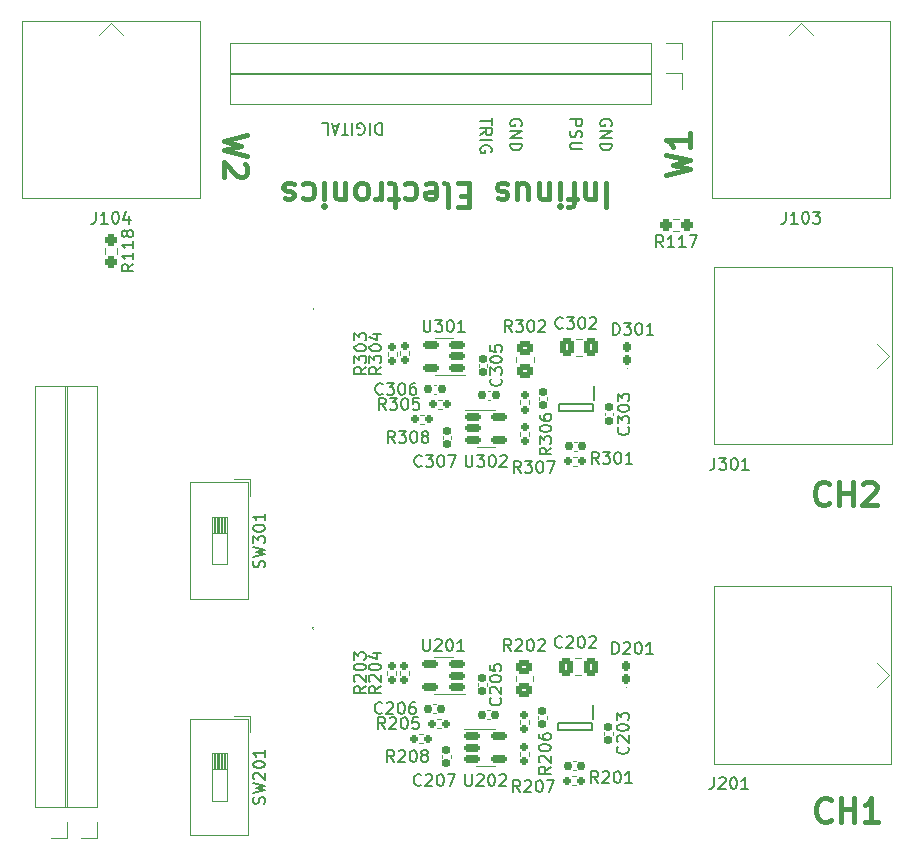
<source format=gto>
G04 #@! TF.GenerationSoftware,KiCad,Pcbnew,7.0.7*
G04 #@! TF.CreationDate,2023-11-11T11:47:43+00:00*
G04 #@! TF.ProjectId,AD3 Front End Amplifier,41443320-4672-46f6-9e74-20456e642041,rev?*
G04 #@! TF.SameCoordinates,Original*
G04 #@! TF.FileFunction,Legend,Top*
G04 #@! TF.FilePolarity,Positive*
%FSLAX46Y46*%
G04 Gerber Fmt 4.6, Leading zero omitted, Abs format (unit mm)*
G04 Created by KiCad (PCBNEW 7.0.7) date 2023-11-11 11:47:43*
%MOMM*%
%LPD*%
G01*
G04 APERTURE LIST*
G04 Aperture macros list*
%AMRoundRect*
0 Rectangle with rounded corners*
0 $1 Rounding radius*
0 $2 $3 $4 $5 $6 $7 $8 $9 X,Y pos of 4 corners*
0 Add a 4 corners polygon primitive as box body*
4,1,4,$2,$3,$4,$5,$6,$7,$8,$9,$2,$3,0*
0 Add four circle primitives for the rounded corners*
1,1,$1+$1,$2,$3*
1,1,$1+$1,$4,$5*
1,1,$1+$1,$6,$7*
1,1,$1+$1,$8,$9*
0 Add four rect primitives between the rounded corners*
20,1,$1+$1,$2,$3,$4,$5,0*
20,1,$1+$1,$4,$5,$6,$7,0*
20,1,$1+$1,$6,$7,$8,$9,0*
20,1,$1+$1,$8,$9,$2,$3,0*%
G04 Aperture macros list end*
%ADD10C,0.400000*%
%ADD11C,0.150000*%
%ADD12C,0.120000*%
%ADD13C,0.200000*%
%ADD14C,0.100000*%
%ADD15RoundRect,0.150000X-0.512500X-0.150000X0.512500X-0.150000X0.512500X0.150000X-0.512500X0.150000X0*%
%ADD16RoundRect,0.150000X0.512500X0.150000X-0.512500X0.150000X-0.512500X-0.150000X0.512500X-0.150000X0*%
%ADD17R,1.600000X1.600000*%
%ADD18O,1.600000X1.600000*%
%ADD19RoundRect,0.160000X0.197500X0.160000X-0.197500X0.160000X-0.197500X-0.160000X0.197500X-0.160000X0*%
%ADD20RoundRect,0.160000X-0.160000X0.197500X-0.160000X-0.197500X0.160000X-0.197500X0.160000X0.197500X0*%
%ADD21RoundRect,0.160000X0.160000X-0.197500X0.160000X0.197500X-0.160000X0.197500X-0.160000X-0.197500X0*%
%ADD22RoundRect,0.250000X-0.450000X0.350000X-0.450000X-0.350000X0.450000X-0.350000X0.450000X0.350000X0*%
%ADD23RoundRect,0.160000X-0.197500X-0.160000X0.197500X-0.160000X0.197500X0.160000X-0.197500X0.160000X0*%
%ADD24O,2.500000X1.600000*%
%ADD25O,7.000000X3.500000*%
%ADD26R,0.600000X1.200000*%
%ADD27R,0.990000X5.140000*%
%ADD28R,0.990000X3.000000*%
%ADD29R,3.590000X0.990000*%
%ADD30R,3.000000X0.990000*%
%ADD31R,2.990000X0.990000*%
%ADD32RoundRect,0.160000X0.160000X-0.222500X0.160000X0.222500X-0.160000X0.222500X-0.160000X-0.222500X0*%
%ADD33RoundRect,0.155000X0.212500X0.155000X-0.212500X0.155000X-0.212500X-0.155000X0.212500X-0.155000X0*%
%ADD34RoundRect,0.155000X-0.155000X0.212500X-0.155000X-0.212500X0.155000X-0.212500X0.155000X0.212500X0*%
%ADD35RoundRect,0.155000X-0.212500X-0.155000X0.212500X-0.155000X0.212500X0.155000X-0.212500X0.155000X0*%
%ADD36RoundRect,0.155000X0.155000X-0.212500X0.155000X0.212500X-0.155000X0.212500X-0.155000X-0.212500X0*%
%ADD37RoundRect,0.250000X0.337500X0.475000X-0.337500X0.475000X-0.337500X-0.475000X0.337500X-0.475000X0*%
%ADD38RoundRect,0.237500X-0.237500X0.250000X-0.237500X-0.250000X0.237500X-0.250000X0.237500X0.250000X0*%
%ADD39RoundRect,0.237500X0.250000X0.237500X-0.250000X0.237500X-0.250000X-0.237500X0.250000X-0.237500X0*%
%ADD40R,1.700000X1.700000*%
%ADD41O,1.700000X1.700000*%
%ADD42O,1.600000X2.500000*%
%ADD43O,3.500000X7.000000*%
G04 APERTURE END LIST*
D10*
X243690204Y-104318961D02*
X243594966Y-104414200D01*
X243594966Y-104414200D02*
X243309252Y-104509438D01*
X243309252Y-104509438D02*
X243118776Y-104509438D01*
X243118776Y-104509438D02*
X242833061Y-104414200D01*
X242833061Y-104414200D02*
X242642585Y-104223723D01*
X242642585Y-104223723D02*
X242547347Y-104033247D01*
X242547347Y-104033247D02*
X242452109Y-103652295D01*
X242452109Y-103652295D02*
X242452109Y-103366580D01*
X242452109Y-103366580D02*
X242547347Y-102985628D01*
X242547347Y-102985628D02*
X242642585Y-102795152D01*
X242642585Y-102795152D02*
X242833061Y-102604676D01*
X242833061Y-102604676D02*
X243118776Y-102509438D01*
X243118776Y-102509438D02*
X243309252Y-102509438D01*
X243309252Y-102509438D02*
X243594966Y-102604676D01*
X243594966Y-102604676D02*
X243690204Y-102699914D01*
X244547347Y-104509438D02*
X244547347Y-102509438D01*
X244547347Y-103461819D02*
X245690204Y-103461819D01*
X245690204Y-104509438D02*
X245690204Y-102509438D01*
X246547347Y-102699914D02*
X246642585Y-102604676D01*
X246642585Y-102604676D02*
X246833061Y-102509438D01*
X246833061Y-102509438D02*
X247309252Y-102509438D01*
X247309252Y-102509438D02*
X247499728Y-102604676D01*
X247499728Y-102604676D02*
X247594966Y-102699914D01*
X247594966Y-102699914D02*
X247690204Y-102890390D01*
X247690204Y-102890390D02*
X247690204Y-103080866D01*
X247690204Y-103080866D02*
X247594966Y-103366580D01*
X247594966Y-103366580D02*
X246452109Y-104509438D01*
X246452109Y-104509438D02*
X247690204Y-104509438D01*
X243817204Y-131115961D02*
X243721966Y-131211200D01*
X243721966Y-131211200D02*
X243436252Y-131306438D01*
X243436252Y-131306438D02*
X243245776Y-131306438D01*
X243245776Y-131306438D02*
X242960061Y-131211200D01*
X242960061Y-131211200D02*
X242769585Y-131020723D01*
X242769585Y-131020723D02*
X242674347Y-130830247D01*
X242674347Y-130830247D02*
X242579109Y-130449295D01*
X242579109Y-130449295D02*
X242579109Y-130163580D01*
X242579109Y-130163580D02*
X242674347Y-129782628D01*
X242674347Y-129782628D02*
X242769585Y-129592152D01*
X242769585Y-129592152D02*
X242960061Y-129401676D01*
X242960061Y-129401676D02*
X243245776Y-129306438D01*
X243245776Y-129306438D02*
X243436252Y-129306438D01*
X243436252Y-129306438D02*
X243721966Y-129401676D01*
X243721966Y-129401676D02*
X243817204Y-129496914D01*
X244674347Y-131306438D02*
X244674347Y-129306438D01*
X244674347Y-130258819D02*
X245817204Y-130258819D01*
X245817204Y-131306438D02*
X245817204Y-129306438D01*
X247817204Y-131306438D02*
X246674347Y-131306438D01*
X247245775Y-131306438D02*
X247245775Y-129306438D01*
X247245775Y-129306438D02*
X247055299Y-129592152D01*
X247055299Y-129592152D02*
X246864823Y-129782628D01*
X246864823Y-129782628D02*
X246674347Y-129877866D01*
X194416561Y-73192871D02*
X192416561Y-73669061D01*
X192416561Y-73669061D02*
X193845133Y-74050014D01*
X193845133Y-74050014D02*
X192416561Y-74430966D01*
X192416561Y-74430966D02*
X194416561Y-74907157D01*
X194226085Y-75573823D02*
X194321323Y-75669061D01*
X194321323Y-75669061D02*
X194416561Y-75859537D01*
X194416561Y-75859537D02*
X194416561Y-76335728D01*
X194416561Y-76335728D02*
X194321323Y-76526204D01*
X194321323Y-76526204D02*
X194226085Y-76621442D01*
X194226085Y-76621442D02*
X194035609Y-76716680D01*
X194035609Y-76716680D02*
X193845133Y-76716680D01*
X193845133Y-76716680D02*
X193559419Y-76621442D01*
X193559419Y-76621442D02*
X192416561Y-75478585D01*
X192416561Y-75478585D02*
X192416561Y-76716680D01*
X229890438Y-76540128D02*
X231890438Y-76063938D01*
X231890438Y-76063938D02*
X230461866Y-75682985D01*
X230461866Y-75682985D02*
X231890438Y-75302033D01*
X231890438Y-75302033D02*
X229890438Y-74825843D01*
X231890438Y-73016319D02*
X231890438Y-74159176D01*
X231890438Y-73587748D02*
X229890438Y-73587748D01*
X229890438Y-73587748D02*
X230176152Y-73778224D01*
X230176152Y-73778224D02*
X230366628Y-73968700D01*
X230366628Y-73968700D02*
X230461866Y-74159176D01*
D11*
X205784220Y-72139180D02*
X205784220Y-73139180D01*
X205784220Y-73139180D02*
X205546125Y-73139180D01*
X205546125Y-73139180D02*
X205403268Y-73091561D01*
X205403268Y-73091561D02*
X205308030Y-72996323D01*
X205308030Y-72996323D02*
X205260411Y-72901085D01*
X205260411Y-72901085D02*
X205212792Y-72710609D01*
X205212792Y-72710609D02*
X205212792Y-72567752D01*
X205212792Y-72567752D02*
X205260411Y-72377276D01*
X205260411Y-72377276D02*
X205308030Y-72282038D01*
X205308030Y-72282038D02*
X205403268Y-72186800D01*
X205403268Y-72186800D02*
X205546125Y-72139180D01*
X205546125Y-72139180D02*
X205784220Y-72139180D01*
X204784220Y-72139180D02*
X204784220Y-73139180D01*
X203784221Y-73091561D02*
X203879459Y-73139180D01*
X203879459Y-73139180D02*
X204022316Y-73139180D01*
X204022316Y-73139180D02*
X204165173Y-73091561D01*
X204165173Y-73091561D02*
X204260411Y-72996323D01*
X204260411Y-72996323D02*
X204308030Y-72901085D01*
X204308030Y-72901085D02*
X204355649Y-72710609D01*
X204355649Y-72710609D02*
X204355649Y-72567752D01*
X204355649Y-72567752D02*
X204308030Y-72377276D01*
X204308030Y-72377276D02*
X204260411Y-72282038D01*
X204260411Y-72282038D02*
X204165173Y-72186800D01*
X204165173Y-72186800D02*
X204022316Y-72139180D01*
X204022316Y-72139180D02*
X203927078Y-72139180D01*
X203927078Y-72139180D02*
X203784221Y-72186800D01*
X203784221Y-72186800D02*
X203736602Y-72234419D01*
X203736602Y-72234419D02*
X203736602Y-72567752D01*
X203736602Y-72567752D02*
X203927078Y-72567752D01*
X203308030Y-72139180D02*
X203308030Y-73139180D01*
X202974697Y-73139180D02*
X202403269Y-73139180D01*
X202688983Y-72139180D02*
X202688983Y-73139180D01*
X202117554Y-72424895D02*
X201641364Y-72424895D01*
X202212792Y-72139180D02*
X201879459Y-73139180D01*
X201879459Y-73139180D02*
X201546126Y-72139180D01*
X200736602Y-72139180D02*
X201212792Y-72139180D01*
X201212792Y-72139180D02*
X201212792Y-73139180D01*
X221745180Y-71837779D02*
X222745180Y-71837779D01*
X222745180Y-71837779D02*
X222745180Y-72218731D01*
X222745180Y-72218731D02*
X222697561Y-72313969D01*
X222697561Y-72313969D02*
X222649942Y-72361588D01*
X222649942Y-72361588D02*
X222554704Y-72409207D01*
X222554704Y-72409207D02*
X222411847Y-72409207D01*
X222411847Y-72409207D02*
X222316609Y-72361588D01*
X222316609Y-72361588D02*
X222268990Y-72313969D01*
X222268990Y-72313969D02*
X222221371Y-72218731D01*
X222221371Y-72218731D02*
X222221371Y-71837779D01*
X221792800Y-72790160D02*
X221745180Y-72933017D01*
X221745180Y-72933017D02*
X221745180Y-73171112D01*
X221745180Y-73171112D02*
X221792800Y-73266350D01*
X221792800Y-73266350D02*
X221840419Y-73313969D01*
X221840419Y-73313969D02*
X221935657Y-73361588D01*
X221935657Y-73361588D02*
X222030895Y-73361588D01*
X222030895Y-73361588D02*
X222126133Y-73313969D01*
X222126133Y-73313969D02*
X222173752Y-73266350D01*
X222173752Y-73266350D02*
X222221371Y-73171112D01*
X222221371Y-73171112D02*
X222268990Y-72980636D01*
X222268990Y-72980636D02*
X222316609Y-72885398D01*
X222316609Y-72885398D02*
X222364228Y-72837779D01*
X222364228Y-72837779D02*
X222459466Y-72790160D01*
X222459466Y-72790160D02*
X222554704Y-72790160D01*
X222554704Y-72790160D02*
X222649942Y-72837779D01*
X222649942Y-72837779D02*
X222697561Y-72885398D01*
X222697561Y-72885398D02*
X222745180Y-72980636D01*
X222745180Y-72980636D02*
X222745180Y-73218731D01*
X222745180Y-73218731D02*
X222697561Y-73361588D01*
X222745180Y-73790160D02*
X221935657Y-73790160D01*
X221935657Y-73790160D02*
X221840419Y-73837779D01*
X221840419Y-73837779D02*
X221792800Y-73885398D01*
X221792800Y-73885398D02*
X221745180Y-73980636D01*
X221745180Y-73980636D02*
X221745180Y-74171112D01*
X221745180Y-74171112D02*
X221792800Y-74266350D01*
X221792800Y-74266350D02*
X221840419Y-74313969D01*
X221840419Y-74313969D02*
X221935657Y-74361588D01*
X221935657Y-74361588D02*
X222745180Y-74361588D01*
X215125180Y-71694922D02*
X215125180Y-72266350D01*
X214125180Y-71980636D02*
X215125180Y-71980636D01*
X214125180Y-73171112D02*
X214601371Y-72837779D01*
X214125180Y-72599684D02*
X215125180Y-72599684D01*
X215125180Y-72599684D02*
X215125180Y-72980636D01*
X215125180Y-72980636D02*
X215077561Y-73075874D01*
X215077561Y-73075874D02*
X215029942Y-73123493D01*
X215029942Y-73123493D02*
X214934704Y-73171112D01*
X214934704Y-73171112D02*
X214791847Y-73171112D01*
X214791847Y-73171112D02*
X214696609Y-73123493D01*
X214696609Y-73123493D02*
X214648990Y-73075874D01*
X214648990Y-73075874D02*
X214601371Y-72980636D01*
X214601371Y-72980636D02*
X214601371Y-72599684D01*
X214125180Y-73599684D02*
X215125180Y-73599684D01*
X215077561Y-74599683D02*
X215125180Y-74504445D01*
X215125180Y-74504445D02*
X215125180Y-74361588D01*
X215125180Y-74361588D02*
X215077561Y-74218731D01*
X215077561Y-74218731D02*
X214982323Y-74123493D01*
X214982323Y-74123493D02*
X214887085Y-74075874D01*
X214887085Y-74075874D02*
X214696609Y-74028255D01*
X214696609Y-74028255D02*
X214553752Y-74028255D01*
X214553752Y-74028255D02*
X214363276Y-74075874D01*
X214363276Y-74075874D02*
X214268038Y-74123493D01*
X214268038Y-74123493D02*
X214172800Y-74218731D01*
X214172800Y-74218731D02*
X214125180Y-74361588D01*
X214125180Y-74361588D02*
X214125180Y-74456826D01*
X214125180Y-74456826D02*
X214172800Y-74599683D01*
X214172800Y-74599683D02*
X214220419Y-74647302D01*
X214220419Y-74647302D02*
X214553752Y-74647302D01*
X214553752Y-74647302D02*
X214553752Y-74456826D01*
X217617561Y-72361588D02*
X217665180Y-72266350D01*
X217665180Y-72266350D02*
X217665180Y-72123493D01*
X217665180Y-72123493D02*
X217617561Y-71980636D01*
X217617561Y-71980636D02*
X217522323Y-71885398D01*
X217522323Y-71885398D02*
X217427085Y-71837779D01*
X217427085Y-71837779D02*
X217236609Y-71790160D01*
X217236609Y-71790160D02*
X217093752Y-71790160D01*
X217093752Y-71790160D02*
X216903276Y-71837779D01*
X216903276Y-71837779D02*
X216808038Y-71885398D01*
X216808038Y-71885398D02*
X216712800Y-71980636D01*
X216712800Y-71980636D02*
X216665180Y-72123493D01*
X216665180Y-72123493D02*
X216665180Y-72218731D01*
X216665180Y-72218731D02*
X216712800Y-72361588D01*
X216712800Y-72361588D02*
X216760419Y-72409207D01*
X216760419Y-72409207D02*
X217093752Y-72409207D01*
X217093752Y-72409207D02*
X217093752Y-72218731D01*
X216665180Y-72837779D02*
X217665180Y-72837779D01*
X217665180Y-72837779D02*
X216665180Y-73409207D01*
X216665180Y-73409207D02*
X217665180Y-73409207D01*
X216665180Y-73885398D02*
X217665180Y-73885398D01*
X217665180Y-73885398D02*
X217665180Y-74123493D01*
X217665180Y-74123493D02*
X217617561Y-74266350D01*
X217617561Y-74266350D02*
X217522323Y-74361588D01*
X217522323Y-74361588D02*
X217427085Y-74409207D01*
X217427085Y-74409207D02*
X217236609Y-74456826D01*
X217236609Y-74456826D02*
X217093752Y-74456826D01*
X217093752Y-74456826D02*
X216903276Y-74409207D01*
X216903276Y-74409207D02*
X216808038Y-74361588D01*
X216808038Y-74361588D02*
X216712800Y-74266350D01*
X216712800Y-74266350D02*
X216665180Y-74123493D01*
X216665180Y-74123493D02*
X216665180Y-73885398D01*
X225237561Y-72361588D02*
X225285180Y-72266350D01*
X225285180Y-72266350D02*
X225285180Y-72123493D01*
X225285180Y-72123493D02*
X225237561Y-71980636D01*
X225237561Y-71980636D02*
X225142323Y-71885398D01*
X225142323Y-71885398D02*
X225047085Y-71837779D01*
X225047085Y-71837779D02*
X224856609Y-71790160D01*
X224856609Y-71790160D02*
X224713752Y-71790160D01*
X224713752Y-71790160D02*
X224523276Y-71837779D01*
X224523276Y-71837779D02*
X224428038Y-71885398D01*
X224428038Y-71885398D02*
X224332800Y-71980636D01*
X224332800Y-71980636D02*
X224285180Y-72123493D01*
X224285180Y-72123493D02*
X224285180Y-72218731D01*
X224285180Y-72218731D02*
X224332800Y-72361588D01*
X224332800Y-72361588D02*
X224380419Y-72409207D01*
X224380419Y-72409207D02*
X224713752Y-72409207D01*
X224713752Y-72409207D02*
X224713752Y-72218731D01*
X224285180Y-72837779D02*
X225285180Y-72837779D01*
X225285180Y-72837779D02*
X224285180Y-73409207D01*
X224285180Y-73409207D02*
X225285180Y-73409207D01*
X224285180Y-73885398D02*
X225285180Y-73885398D01*
X225285180Y-73885398D02*
X225285180Y-74123493D01*
X225285180Y-74123493D02*
X225237561Y-74266350D01*
X225237561Y-74266350D02*
X225142323Y-74361588D01*
X225142323Y-74361588D02*
X225047085Y-74409207D01*
X225047085Y-74409207D02*
X224856609Y-74456826D01*
X224856609Y-74456826D02*
X224713752Y-74456826D01*
X224713752Y-74456826D02*
X224523276Y-74409207D01*
X224523276Y-74409207D02*
X224428038Y-74361588D01*
X224428038Y-74361588D02*
X224332800Y-74266350D01*
X224332800Y-74266350D02*
X224285180Y-74123493D01*
X224285180Y-74123493D02*
X224285180Y-73885398D01*
D10*
X224812652Y-77227561D02*
X224812652Y-79227561D01*
X223860271Y-78560895D02*
X223860271Y-77227561D01*
X223860271Y-78370419D02*
X223765033Y-78465657D01*
X223765033Y-78465657D02*
X223574557Y-78560895D01*
X223574557Y-78560895D02*
X223288842Y-78560895D01*
X223288842Y-78560895D02*
X223098366Y-78465657D01*
X223098366Y-78465657D02*
X223003128Y-78275180D01*
X223003128Y-78275180D02*
X223003128Y-77227561D01*
X222336461Y-78560895D02*
X221574557Y-78560895D01*
X222050747Y-77227561D02*
X222050747Y-78941847D01*
X222050747Y-78941847D02*
X221955509Y-79132323D01*
X221955509Y-79132323D02*
X221765033Y-79227561D01*
X221765033Y-79227561D02*
X221574557Y-79227561D01*
X220907890Y-77227561D02*
X220907890Y-78560895D01*
X220907890Y-79227561D02*
X221003128Y-79132323D01*
X221003128Y-79132323D02*
X220907890Y-79037085D01*
X220907890Y-79037085D02*
X220812652Y-79132323D01*
X220812652Y-79132323D02*
X220907890Y-79227561D01*
X220907890Y-79227561D02*
X220907890Y-79037085D01*
X219955509Y-78560895D02*
X219955509Y-77227561D01*
X219955509Y-78370419D02*
X219860271Y-78465657D01*
X219860271Y-78465657D02*
X219669795Y-78560895D01*
X219669795Y-78560895D02*
X219384080Y-78560895D01*
X219384080Y-78560895D02*
X219193604Y-78465657D01*
X219193604Y-78465657D02*
X219098366Y-78275180D01*
X219098366Y-78275180D02*
X219098366Y-77227561D01*
X217288842Y-78560895D02*
X217288842Y-77227561D01*
X218145985Y-78560895D02*
X218145985Y-77513276D01*
X218145985Y-77513276D02*
X218050747Y-77322800D01*
X218050747Y-77322800D02*
X217860271Y-77227561D01*
X217860271Y-77227561D02*
X217574556Y-77227561D01*
X217574556Y-77227561D02*
X217384080Y-77322800D01*
X217384080Y-77322800D02*
X217288842Y-77418038D01*
X216431699Y-77322800D02*
X216241223Y-77227561D01*
X216241223Y-77227561D02*
X215860271Y-77227561D01*
X215860271Y-77227561D02*
X215669794Y-77322800D01*
X215669794Y-77322800D02*
X215574556Y-77513276D01*
X215574556Y-77513276D02*
X215574556Y-77608514D01*
X215574556Y-77608514D02*
X215669794Y-77798990D01*
X215669794Y-77798990D02*
X215860271Y-77894228D01*
X215860271Y-77894228D02*
X216145985Y-77894228D01*
X216145985Y-77894228D02*
X216336461Y-77989466D01*
X216336461Y-77989466D02*
X216431699Y-78179942D01*
X216431699Y-78179942D02*
X216431699Y-78275180D01*
X216431699Y-78275180D02*
X216336461Y-78465657D01*
X216336461Y-78465657D02*
X216145985Y-78560895D01*
X216145985Y-78560895D02*
X215860271Y-78560895D01*
X215860271Y-78560895D02*
X215669794Y-78465657D01*
X213193603Y-78275180D02*
X212526936Y-78275180D01*
X212241222Y-77227561D02*
X213193603Y-77227561D01*
X213193603Y-77227561D02*
X213193603Y-79227561D01*
X213193603Y-79227561D02*
X212241222Y-79227561D01*
X211098365Y-77227561D02*
X211288841Y-77322800D01*
X211288841Y-77322800D02*
X211384079Y-77513276D01*
X211384079Y-77513276D02*
X211384079Y-79227561D01*
X209574555Y-77322800D02*
X209765031Y-77227561D01*
X209765031Y-77227561D02*
X210145984Y-77227561D01*
X210145984Y-77227561D02*
X210336460Y-77322800D01*
X210336460Y-77322800D02*
X210431698Y-77513276D01*
X210431698Y-77513276D02*
X210431698Y-78275180D01*
X210431698Y-78275180D02*
X210336460Y-78465657D01*
X210336460Y-78465657D02*
X210145984Y-78560895D01*
X210145984Y-78560895D02*
X209765031Y-78560895D01*
X209765031Y-78560895D02*
X209574555Y-78465657D01*
X209574555Y-78465657D02*
X209479317Y-78275180D01*
X209479317Y-78275180D02*
X209479317Y-78084704D01*
X209479317Y-78084704D02*
X210431698Y-77894228D01*
X207765031Y-77322800D02*
X207955507Y-77227561D01*
X207955507Y-77227561D02*
X208336460Y-77227561D01*
X208336460Y-77227561D02*
X208526936Y-77322800D01*
X208526936Y-77322800D02*
X208622174Y-77418038D01*
X208622174Y-77418038D02*
X208717412Y-77608514D01*
X208717412Y-77608514D02*
X208717412Y-78179942D01*
X208717412Y-78179942D02*
X208622174Y-78370419D01*
X208622174Y-78370419D02*
X208526936Y-78465657D01*
X208526936Y-78465657D02*
X208336460Y-78560895D01*
X208336460Y-78560895D02*
X207955507Y-78560895D01*
X207955507Y-78560895D02*
X207765031Y-78465657D01*
X207193602Y-78560895D02*
X206431698Y-78560895D01*
X206907888Y-79227561D02*
X206907888Y-77513276D01*
X206907888Y-77513276D02*
X206812650Y-77322800D01*
X206812650Y-77322800D02*
X206622174Y-77227561D01*
X206622174Y-77227561D02*
X206431698Y-77227561D01*
X205765031Y-77227561D02*
X205765031Y-78560895D01*
X205765031Y-78179942D02*
X205669793Y-78370419D01*
X205669793Y-78370419D02*
X205574555Y-78465657D01*
X205574555Y-78465657D02*
X205384079Y-78560895D01*
X205384079Y-78560895D02*
X205193602Y-78560895D01*
X204241222Y-77227561D02*
X204431698Y-77322800D01*
X204431698Y-77322800D02*
X204526936Y-77418038D01*
X204526936Y-77418038D02*
X204622174Y-77608514D01*
X204622174Y-77608514D02*
X204622174Y-78179942D01*
X204622174Y-78179942D02*
X204526936Y-78370419D01*
X204526936Y-78370419D02*
X204431698Y-78465657D01*
X204431698Y-78465657D02*
X204241222Y-78560895D01*
X204241222Y-78560895D02*
X203955507Y-78560895D01*
X203955507Y-78560895D02*
X203765031Y-78465657D01*
X203765031Y-78465657D02*
X203669793Y-78370419D01*
X203669793Y-78370419D02*
X203574555Y-78179942D01*
X203574555Y-78179942D02*
X203574555Y-77608514D01*
X203574555Y-77608514D02*
X203669793Y-77418038D01*
X203669793Y-77418038D02*
X203765031Y-77322800D01*
X203765031Y-77322800D02*
X203955507Y-77227561D01*
X203955507Y-77227561D02*
X204241222Y-77227561D01*
X202717412Y-78560895D02*
X202717412Y-77227561D01*
X202717412Y-78370419D02*
X202622174Y-78465657D01*
X202622174Y-78465657D02*
X202431698Y-78560895D01*
X202431698Y-78560895D02*
X202145983Y-78560895D01*
X202145983Y-78560895D02*
X201955507Y-78465657D01*
X201955507Y-78465657D02*
X201860269Y-78275180D01*
X201860269Y-78275180D02*
X201860269Y-77227561D01*
X200907888Y-77227561D02*
X200907888Y-78560895D01*
X200907888Y-79227561D02*
X201003126Y-79132323D01*
X201003126Y-79132323D02*
X200907888Y-79037085D01*
X200907888Y-79037085D02*
X200812650Y-79132323D01*
X200812650Y-79132323D02*
X200907888Y-79227561D01*
X200907888Y-79227561D02*
X200907888Y-79037085D01*
X199098364Y-77322800D02*
X199288840Y-77227561D01*
X199288840Y-77227561D02*
X199669793Y-77227561D01*
X199669793Y-77227561D02*
X199860269Y-77322800D01*
X199860269Y-77322800D02*
X199955507Y-77418038D01*
X199955507Y-77418038D02*
X200050745Y-77608514D01*
X200050745Y-77608514D02*
X200050745Y-78179942D01*
X200050745Y-78179942D02*
X199955507Y-78370419D01*
X199955507Y-78370419D02*
X199860269Y-78465657D01*
X199860269Y-78465657D02*
X199669793Y-78560895D01*
X199669793Y-78560895D02*
X199288840Y-78560895D01*
X199288840Y-78560895D02*
X199098364Y-78465657D01*
X198336459Y-77322800D02*
X198145983Y-77227561D01*
X198145983Y-77227561D02*
X197765031Y-77227561D01*
X197765031Y-77227561D02*
X197574554Y-77322800D01*
X197574554Y-77322800D02*
X197479316Y-77513276D01*
X197479316Y-77513276D02*
X197479316Y-77608514D01*
X197479316Y-77608514D02*
X197574554Y-77798990D01*
X197574554Y-77798990D02*
X197765031Y-77894228D01*
X197765031Y-77894228D02*
X198050745Y-77894228D01*
X198050745Y-77894228D02*
X198241221Y-77989466D01*
X198241221Y-77989466D02*
X198336459Y-78179942D01*
X198336459Y-78179942D02*
X198336459Y-78275180D01*
X198336459Y-78275180D02*
X198241221Y-78465657D01*
X198241221Y-78465657D02*
X198050745Y-78560895D01*
X198050745Y-78560895D02*
X197765031Y-78560895D01*
X197765031Y-78560895D02*
X197574554Y-78465657D01*
D11*
X212906164Y-100242019D02*
X212906164Y-101051542D01*
X212906164Y-101051542D02*
X212953783Y-101146780D01*
X212953783Y-101146780D02*
X213001402Y-101194400D01*
X213001402Y-101194400D02*
X213096640Y-101242019D01*
X213096640Y-101242019D02*
X213287116Y-101242019D01*
X213287116Y-101242019D02*
X213382354Y-101194400D01*
X213382354Y-101194400D02*
X213429973Y-101146780D01*
X213429973Y-101146780D02*
X213477592Y-101051542D01*
X213477592Y-101051542D02*
X213477592Y-100242019D01*
X213858545Y-100242019D02*
X214477592Y-100242019D01*
X214477592Y-100242019D02*
X214144259Y-100622971D01*
X214144259Y-100622971D02*
X214287116Y-100622971D01*
X214287116Y-100622971D02*
X214382354Y-100670590D01*
X214382354Y-100670590D02*
X214429973Y-100718209D01*
X214429973Y-100718209D02*
X214477592Y-100813447D01*
X214477592Y-100813447D02*
X214477592Y-101051542D01*
X214477592Y-101051542D02*
X214429973Y-101146780D01*
X214429973Y-101146780D02*
X214382354Y-101194400D01*
X214382354Y-101194400D02*
X214287116Y-101242019D01*
X214287116Y-101242019D02*
X214001402Y-101242019D01*
X214001402Y-101242019D02*
X213906164Y-101194400D01*
X213906164Y-101194400D02*
X213858545Y-101146780D01*
X215096640Y-100242019D02*
X215191878Y-100242019D01*
X215191878Y-100242019D02*
X215287116Y-100289638D01*
X215287116Y-100289638D02*
X215334735Y-100337257D01*
X215334735Y-100337257D02*
X215382354Y-100432495D01*
X215382354Y-100432495D02*
X215429973Y-100622971D01*
X215429973Y-100622971D02*
X215429973Y-100861066D01*
X215429973Y-100861066D02*
X215382354Y-101051542D01*
X215382354Y-101051542D02*
X215334735Y-101146780D01*
X215334735Y-101146780D02*
X215287116Y-101194400D01*
X215287116Y-101194400D02*
X215191878Y-101242019D01*
X215191878Y-101242019D02*
X215096640Y-101242019D01*
X215096640Y-101242019D02*
X215001402Y-101194400D01*
X215001402Y-101194400D02*
X214953783Y-101146780D01*
X214953783Y-101146780D02*
X214906164Y-101051542D01*
X214906164Y-101051542D02*
X214858545Y-100861066D01*
X214858545Y-100861066D02*
X214858545Y-100622971D01*
X214858545Y-100622971D02*
X214906164Y-100432495D01*
X214906164Y-100432495D02*
X214953783Y-100337257D01*
X214953783Y-100337257D02*
X215001402Y-100289638D01*
X215001402Y-100289638D02*
X215096640Y-100242019D01*
X215810926Y-100337257D02*
X215858545Y-100289638D01*
X215858545Y-100289638D02*
X215953783Y-100242019D01*
X215953783Y-100242019D02*
X216191878Y-100242019D01*
X216191878Y-100242019D02*
X216287116Y-100289638D01*
X216287116Y-100289638D02*
X216334735Y-100337257D01*
X216334735Y-100337257D02*
X216382354Y-100432495D01*
X216382354Y-100432495D02*
X216382354Y-100527733D01*
X216382354Y-100527733D02*
X216334735Y-100670590D01*
X216334735Y-100670590D02*
X215763307Y-101242019D01*
X215763307Y-101242019D02*
X216382354Y-101242019D01*
X209350164Y-88812019D02*
X209350164Y-89621542D01*
X209350164Y-89621542D02*
X209397783Y-89716780D01*
X209397783Y-89716780D02*
X209445402Y-89764400D01*
X209445402Y-89764400D02*
X209540640Y-89812019D01*
X209540640Y-89812019D02*
X209731116Y-89812019D01*
X209731116Y-89812019D02*
X209826354Y-89764400D01*
X209826354Y-89764400D02*
X209873973Y-89716780D01*
X209873973Y-89716780D02*
X209921592Y-89621542D01*
X209921592Y-89621542D02*
X209921592Y-88812019D01*
X210302545Y-88812019D02*
X210921592Y-88812019D01*
X210921592Y-88812019D02*
X210588259Y-89192971D01*
X210588259Y-89192971D02*
X210731116Y-89192971D01*
X210731116Y-89192971D02*
X210826354Y-89240590D01*
X210826354Y-89240590D02*
X210873973Y-89288209D01*
X210873973Y-89288209D02*
X210921592Y-89383447D01*
X210921592Y-89383447D02*
X210921592Y-89621542D01*
X210921592Y-89621542D02*
X210873973Y-89716780D01*
X210873973Y-89716780D02*
X210826354Y-89764400D01*
X210826354Y-89764400D02*
X210731116Y-89812019D01*
X210731116Y-89812019D02*
X210445402Y-89812019D01*
X210445402Y-89812019D02*
X210350164Y-89764400D01*
X210350164Y-89764400D02*
X210302545Y-89716780D01*
X211540640Y-88812019D02*
X211635878Y-88812019D01*
X211635878Y-88812019D02*
X211731116Y-88859638D01*
X211731116Y-88859638D02*
X211778735Y-88907257D01*
X211778735Y-88907257D02*
X211826354Y-89002495D01*
X211826354Y-89002495D02*
X211873973Y-89192971D01*
X211873973Y-89192971D02*
X211873973Y-89431066D01*
X211873973Y-89431066D02*
X211826354Y-89621542D01*
X211826354Y-89621542D02*
X211778735Y-89716780D01*
X211778735Y-89716780D02*
X211731116Y-89764400D01*
X211731116Y-89764400D02*
X211635878Y-89812019D01*
X211635878Y-89812019D02*
X211540640Y-89812019D01*
X211540640Y-89812019D02*
X211445402Y-89764400D01*
X211445402Y-89764400D02*
X211397783Y-89716780D01*
X211397783Y-89716780D02*
X211350164Y-89621542D01*
X211350164Y-89621542D02*
X211302545Y-89431066D01*
X211302545Y-89431066D02*
X211302545Y-89192971D01*
X211302545Y-89192971D02*
X211350164Y-89002495D01*
X211350164Y-89002495D02*
X211397783Y-88907257D01*
X211397783Y-88907257D02*
X211445402Y-88859638D01*
X211445402Y-88859638D02*
X211540640Y-88812019D01*
X212826354Y-89812019D02*
X212254926Y-89812019D01*
X212540640Y-89812019D02*
X212540640Y-88812019D01*
X212540640Y-88812019D02*
X212445402Y-88954876D01*
X212445402Y-88954876D02*
X212350164Y-89050114D01*
X212350164Y-89050114D02*
X212254926Y-89097733D01*
X195851200Y-109770213D02*
X195898819Y-109627356D01*
X195898819Y-109627356D02*
X195898819Y-109389261D01*
X195898819Y-109389261D02*
X195851200Y-109294023D01*
X195851200Y-109294023D02*
X195803580Y-109246404D01*
X195803580Y-109246404D02*
X195708342Y-109198785D01*
X195708342Y-109198785D02*
X195613104Y-109198785D01*
X195613104Y-109198785D02*
X195517866Y-109246404D01*
X195517866Y-109246404D02*
X195470247Y-109294023D01*
X195470247Y-109294023D02*
X195422628Y-109389261D01*
X195422628Y-109389261D02*
X195375009Y-109579737D01*
X195375009Y-109579737D02*
X195327390Y-109674975D01*
X195327390Y-109674975D02*
X195279771Y-109722594D01*
X195279771Y-109722594D02*
X195184533Y-109770213D01*
X195184533Y-109770213D02*
X195089295Y-109770213D01*
X195089295Y-109770213D02*
X194994057Y-109722594D01*
X194994057Y-109722594D02*
X194946438Y-109674975D01*
X194946438Y-109674975D02*
X194898819Y-109579737D01*
X194898819Y-109579737D02*
X194898819Y-109341642D01*
X194898819Y-109341642D02*
X194946438Y-109198785D01*
X194898819Y-108865451D02*
X195898819Y-108627356D01*
X195898819Y-108627356D02*
X195184533Y-108436880D01*
X195184533Y-108436880D02*
X195898819Y-108246404D01*
X195898819Y-108246404D02*
X194898819Y-108008309D01*
X194898819Y-107722594D02*
X194898819Y-107103547D01*
X194898819Y-107103547D02*
X195279771Y-107436880D01*
X195279771Y-107436880D02*
X195279771Y-107294023D01*
X195279771Y-107294023D02*
X195327390Y-107198785D01*
X195327390Y-107198785D02*
X195375009Y-107151166D01*
X195375009Y-107151166D02*
X195470247Y-107103547D01*
X195470247Y-107103547D02*
X195708342Y-107103547D01*
X195708342Y-107103547D02*
X195803580Y-107151166D01*
X195803580Y-107151166D02*
X195851200Y-107198785D01*
X195851200Y-107198785D02*
X195898819Y-107294023D01*
X195898819Y-107294023D02*
X195898819Y-107579737D01*
X195898819Y-107579737D02*
X195851200Y-107674975D01*
X195851200Y-107674975D02*
X195803580Y-107722594D01*
X194898819Y-106484499D02*
X194898819Y-106389261D01*
X194898819Y-106389261D02*
X194946438Y-106294023D01*
X194946438Y-106294023D02*
X194994057Y-106246404D01*
X194994057Y-106246404D02*
X195089295Y-106198785D01*
X195089295Y-106198785D02*
X195279771Y-106151166D01*
X195279771Y-106151166D02*
X195517866Y-106151166D01*
X195517866Y-106151166D02*
X195708342Y-106198785D01*
X195708342Y-106198785D02*
X195803580Y-106246404D01*
X195803580Y-106246404D02*
X195851200Y-106294023D01*
X195851200Y-106294023D02*
X195898819Y-106389261D01*
X195898819Y-106389261D02*
X195898819Y-106484499D01*
X195898819Y-106484499D02*
X195851200Y-106579737D01*
X195851200Y-106579737D02*
X195803580Y-106627356D01*
X195803580Y-106627356D02*
X195708342Y-106674975D01*
X195708342Y-106674975D02*
X195517866Y-106722594D01*
X195517866Y-106722594D02*
X195279771Y-106722594D01*
X195279771Y-106722594D02*
X195089295Y-106674975D01*
X195089295Y-106674975D02*
X194994057Y-106627356D01*
X194994057Y-106627356D02*
X194946438Y-106579737D01*
X194946438Y-106579737D02*
X194898819Y-106484499D01*
X195898819Y-105198785D02*
X195898819Y-105770213D01*
X195898819Y-105484499D02*
X194898819Y-105484499D01*
X194898819Y-105484499D02*
X195041676Y-105579737D01*
X195041676Y-105579737D02*
X195136914Y-105674975D01*
X195136914Y-105674975D02*
X195184533Y-105770213D01*
X206897402Y-99210019D02*
X206564069Y-98733828D01*
X206325974Y-99210019D02*
X206325974Y-98210019D01*
X206325974Y-98210019D02*
X206706926Y-98210019D01*
X206706926Y-98210019D02*
X206802164Y-98257638D01*
X206802164Y-98257638D02*
X206849783Y-98305257D01*
X206849783Y-98305257D02*
X206897402Y-98400495D01*
X206897402Y-98400495D02*
X206897402Y-98543352D01*
X206897402Y-98543352D02*
X206849783Y-98638590D01*
X206849783Y-98638590D02*
X206802164Y-98686209D01*
X206802164Y-98686209D02*
X206706926Y-98733828D01*
X206706926Y-98733828D02*
X206325974Y-98733828D01*
X207230736Y-98210019D02*
X207849783Y-98210019D01*
X207849783Y-98210019D02*
X207516450Y-98590971D01*
X207516450Y-98590971D02*
X207659307Y-98590971D01*
X207659307Y-98590971D02*
X207754545Y-98638590D01*
X207754545Y-98638590D02*
X207802164Y-98686209D01*
X207802164Y-98686209D02*
X207849783Y-98781447D01*
X207849783Y-98781447D02*
X207849783Y-99019542D01*
X207849783Y-99019542D02*
X207802164Y-99114780D01*
X207802164Y-99114780D02*
X207754545Y-99162400D01*
X207754545Y-99162400D02*
X207659307Y-99210019D01*
X207659307Y-99210019D02*
X207373593Y-99210019D01*
X207373593Y-99210019D02*
X207278355Y-99162400D01*
X207278355Y-99162400D02*
X207230736Y-99114780D01*
X208468831Y-98210019D02*
X208564069Y-98210019D01*
X208564069Y-98210019D02*
X208659307Y-98257638D01*
X208659307Y-98257638D02*
X208706926Y-98305257D01*
X208706926Y-98305257D02*
X208754545Y-98400495D01*
X208754545Y-98400495D02*
X208802164Y-98590971D01*
X208802164Y-98590971D02*
X208802164Y-98829066D01*
X208802164Y-98829066D02*
X208754545Y-99019542D01*
X208754545Y-99019542D02*
X208706926Y-99114780D01*
X208706926Y-99114780D02*
X208659307Y-99162400D01*
X208659307Y-99162400D02*
X208564069Y-99210019D01*
X208564069Y-99210019D02*
X208468831Y-99210019D01*
X208468831Y-99210019D02*
X208373593Y-99162400D01*
X208373593Y-99162400D02*
X208325974Y-99114780D01*
X208325974Y-99114780D02*
X208278355Y-99019542D01*
X208278355Y-99019542D02*
X208230736Y-98829066D01*
X208230736Y-98829066D02*
X208230736Y-98590971D01*
X208230736Y-98590971D02*
X208278355Y-98400495D01*
X208278355Y-98400495D02*
X208325974Y-98305257D01*
X208325974Y-98305257D02*
X208373593Y-98257638D01*
X208373593Y-98257638D02*
X208468831Y-98210019D01*
X209373593Y-98638590D02*
X209278355Y-98590971D01*
X209278355Y-98590971D02*
X209230736Y-98543352D01*
X209230736Y-98543352D02*
X209183117Y-98448114D01*
X209183117Y-98448114D02*
X209183117Y-98400495D01*
X209183117Y-98400495D02*
X209230736Y-98305257D01*
X209230736Y-98305257D02*
X209278355Y-98257638D01*
X209278355Y-98257638D02*
X209373593Y-98210019D01*
X209373593Y-98210019D02*
X209564069Y-98210019D01*
X209564069Y-98210019D02*
X209659307Y-98257638D01*
X209659307Y-98257638D02*
X209706926Y-98305257D01*
X209706926Y-98305257D02*
X209754545Y-98400495D01*
X209754545Y-98400495D02*
X209754545Y-98448114D01*
X209754545Y-98448114D02*
X209706926Y-98543352D01*
X209706926Y-98543352D02*
X209659307Y-98590971D01*
X209659307Y-98590971D02*
X209564069Y-98638590D01*
X209564069Y-98638590D02*
X209373593Y-98638590D01*
X209373593Y-98638590D02*
X209278355Y-98686209D01*
X209278355Y-98686209D02*
X209230736Y-98733828D01*
X209230736Y-98733828D02*
X209183117Y-98829066D01*
X209183117Y-98829066D02*
X209183117Y-99019542D01*
X209183117Y-99019542D02*
X209230736Y-99114780D01*
X209230736Y-99114780D02*
X209278355Y-99162400D01*
X209278355Y-99162400D02*
X209373593Y-99210019D01*
X209373593Y-99210019D02*
X209564069Y-99210019D01*
X209564069Y-99210019D02*
X209659307Y-99162400D01*
X209659307Y-99162400D02*
X209706926Y-99114780D01*
X209706926Y-99114780D02*
X209754545Y-99019542D01*
X209754545Y-99019542D02*
X209754545Y-98829066D01*
X209754545Y-98829066D02*
X209706926Y-98733828D01*
X209706926Y-98733828D02*
X209659307Y-98686209D01*
X209659307Y-98686209D02*
X209564069Y-98638590D01*
X217565402Y-101750019D02*
X217232069Y-101273828D01*
X216993974Y-101750019D02*
X216993974Y-100750019D01*
X216993974Y-100750019D02*
X217374926Y-100750019D01*
X217374926Y-100750019D02*
X217470164Y-100797638D01*
X217470164Y-100797638D02*
X217517783Y-100845257D01*
X217517783Y-100845257D02*
X217565402Y-100940495D01*
X217565402Y-100940495D02*
X217565402Y-101083352D01*
X217565402Y-101083352D02*
X217517783Y-101178590D01*
X217517783Y-101178590D02*
X217470164Y-101226209D01*
X217470164Y-101226209D02*
X217374926Y-101273828D01*
X217374926Y-101273828D02*
X216993974Y-101273828D01*
X217898736Y-100750019D02*
X218517783Y-100750019D01*
X218517783Y-100750019D02*
X218184450Y-101130971D01*
X218184450Y-101130971D02*
X218327307Y-101130971D01*
X218327307Y-101130971D02*
X218422545Y-101178590D01*
X218422545Y-101178590D02*
X218470164Y-101226209D01*
X218470164Y-101226209D02*
X218517783Y-101321447D01*
X218517783Y-101321447D02*
X218517783Y-101559542D01*
X218517783Y-101559542D02*
X218470164Y-101654780D01*
X218470164Y-101654780D02*
X218422545Y-101702400D01*
X218422545Y-101702400D02*
X218327307Y-101750019D01*
X218327307Y-101750019D02*
X218041593Y-101750019D01*
X218041593Y-101750019D02*
X217946355Y-101702400D01*
X217946355Y-101702400D02*
X217898736Y-101654780D01*
X219136831Y-100750019D02*
X219232069Y-100750019D01*
X219232069Y-100750019D02*
X219327307Y-100797638D01*
X219327307Y-100797638D02*
X219374926Y-100845257D01*
X219374926Y-100845257D02*
X219422545Y-100940495D01*
X219422545Y-100940495D02*
X219470164Y-101130971D01*
X219470164Y-101130971D02*
X219470164Y-101369066D01*
X219470164Y-101369066D02*
X219422545Y-101559542D01*
X219422545Y-101559542D02*
X219374926Y-101654780D01*
X219374926Y-101654780D02*
X219327307Y-101702400D01*
X219327307Y-101702400D02*
X219232069Y-101750019D01*
X219232069Y-101750019D02*
X219136831Y-101750019D01*
X219136831Y-101750019D02*
X219041593Y-101702400D01*
X219041593Y-101702400D02*
X218993974Y-101654780D01*
X218993974Y-101654780D02*
X218946355Y-101559542D01*
X218946355Y-101559542D02*
X218898736Y-101369066D01*
X218898736Y-101369066D02*
X218898736Y-101130971D01*
X218898736Y-101130971D02*
X218946355Y-100940495D01*
X218946355Y-100940495D02*
X218993974Y-100845257D01*
X218993974Y-100845257D02*
X219041593Y-100797638D01*
X219041593Y-100797638D02*
X219136831Y-100750019D01*
X219803498Y-100750019D02*
X220470164Y-100750019D01*
X220470164Y-100750019D02*
X220041593Y-101750019D01*
X220155269Y-99620247D02*
X219679078Y-99953580D01*
X220155269Y-100191675D02*
X219155269Y-100191675D01*
X219155269Y-100191675D02*
X219155269Y-99810723D01*
X219155269Y-99810723D02*
X219202888Y-99715485D01*
X219202888Y-99715485D02*
X219250507Y-99667866D01*
X219250507Y-99667866D02*
X219345745Y-99620247D01*
X219345745Y-99620247D02*
X219488602Y-99620247D01*
X219488602Y-99620247D02*
X219583840Y-99667866D01*
X219583840Y-99667866D02*
X219631459Y-99715485D01*
X219631459Y-99715485D02*
X219679078Y-99810723D01*
X219679078Y-99810723D02*
X219679078Y-100191675D01*
X219155269Y-99286913D02*
X219155269Y-98667866D01*
X219155269Y-98667866D02*
X219536221Y-99001199D01*
X219536221Y-99001199D02*
X219536221Y-98858342D01*
X219536221Y-98858342D02*
X219583840Y-98763104D01*
X219583840Y-98763104D02*
X219631459Y-98715485D01*
X219631459Y-98715485D02*
X219726697Y-98667866D01*
X219726697Y-98667866D02*
X219964792Y-98667866D01*
X219964792Y-98667866D02*
X220060030Y-98715485D01*
X220060030Y-98715485D02*
X220107650Y-98763104D01*
X220107650Y-98763104D02*
X220155269Y-98858342D01*
X220155269Y-98858342D02*
X220155269Y-99144056D01*
X220155269Y-99144056D02*
X220107650Y-99239294D01*
X220107650Y-99239294D02*
X220060030Y-99286913D01*
X219155269Y-98048818D02*
X219155269Y-97953580D01*
X219155269Y-97953580D02*
X219202888Y-97858342D01*
X219202888Y-97858342D02*
X219250507Y-97810723D01*
X219250507Y-97810723D02*
X219345745Y-97763104D01*
X219345745Y-97763104D02*
X219536221Y-97715485D01*
X219536221Y-97715485D02*
X219774316Y-97715485D01*
X219774316Y-97715485D02*
X219964792Y-97763104D01*
X219964792Y-97763104D02*
X220060030Y-97810723D01*
X220060030Y-97810723D02*
X220107650Y-97858342D01*
X220107650Y-97858342D02*
X220155269Y-97953580D01*
X220155269Y-97953580D02*
X220155269Y-98048818D01*
X220155269Y-98048818D02*
X220107650Y-98144056D01*
X220107650Y-98144056D02*
X220060030Y-98191675D01*
X220060030Y-98191675D02*
X219964792Y-98239294D01*
X219964792Y-98239294D02*
X219774316Y-98286913D01*
X219774316Y-98286913D02*
X219536221Y-98286913D01*
X219536221Y-98286913D02*
X219345745Y-98239294D01*
X219345745Y-98239294D02*
X219250507Y-98191675D01*
X219250507Y-98191675D02*
X219202888Y-98144056D01*
X219202888Y-98144056D02*
X219155269Y-98048818D01*
X219155269Y-96858342D02*
X219155269Y-97048818D01*
X219155269Y-97048818D02*
X219202888Y-97144056D01*
X219202888Y-97144056D02*
X219250507Y-97191675D01*
X219250507Y-97191675D02*
X219393364Y-97286913D01*
X219393364Y-97286913D02*
X219583840Y-97334532D01*
X219583840Y-97334532D02*
X219964792Y-97334532D01*
X219964792Y-97334532D02*
X220060030Y-97286913D01*
X220060030Y-97286913D02*
X220107650Y-97239294D01*
X220107650Y-97239294D02*
X220155269Y-97144056D01*
X220155269Y-97144056D02*
X220155269Y-96953580D01*
X220155269Y-96953580D02*
X220107650Y-96858342D01*
X220107650Y-96858342D02*
X220060030Y-96810723D01*
X220060030Y-96810723D02*
X219964792Y-96763104D01*
X219964792Y-96763104D02*
X219726697Y-96763104D01*
X219726697Y-96763104D02*
X219631459Y-96810723D01*
X219631459Y-96810723D02*
X219583840Y-96858342D01*
X219583840Y-96858342D02*
X219536221Y-96953580D01*
X219536221Y-96953580D02*
X219536221Y-97144056D01*
X219536221Y-97144056D02*
X219583840Y-97239294D01*
X219583840Y-97239294D02*
X219631459Y-97286913D01*
X219631459Y-97286913D02*
X219726697Y-97334532D01*
X206135402Y-96416019D02*
X205802069Y-95939828D01*
X205563974Y-96416019D02*
X205563974Y-95416019D01*
X205563974Y-95416019D02*
X205944926Y-95416019D01*
X205944926Y-95416019D02*
X206040164Y-95463638D01*
X206040164Y-95463638D02*
X206087783Y-95511257D01*
X206087783Y-95511257D02*
X206135402Y-95606495D01*
X206135402Y-95606495D02*
X206135402Y-95749352D01*
X206135402Y-95749352D02*
X206087783Y-95844590D01*
X206087783Y-95844590D02*
X206040164Y-95892209D01*
X206040164Y-95892209D02*
X205944926Y-95939828D01*
X205944926Y-95939828D02*
X205563974Y-95939828D01*
X206468736Y-95416019D02*
X207087783Y-95416019D01*
X207087783Y-95416019D02*
X206754450Y-95796971D01*
X206754450Y-95796971D02*
X206897307Y-95796971D01*
X206897307Y-95796971D02*
X206992545Y-95844590D01*
X206992545Y-95844590D02*
X207040164Y-95892209D01*
X207040164Y-95892209D02*
X207087783Y-95987447D01*
X207087783Y-95987447D02*
X207087783Y-96225542D01*
X207087783Y-96225542D02*
X207040164Y-96320780D01*
X207040164Y-96320780D02*
X206992545Y-96368400D01*
X206992545Y-96368400D02*
X206897307Y-96416019D01*
X206897307Y-96416019D02*
X206611593Y-96416019D01*
X206611593Y-96416019D02*
X206516355Y-96368400D01*
X206516355Y-96368400D02*
X206468736Y-96320780D01*
X207706831Y-95416019D02*
X207802069Y-95416019D01*
X207802069Y-95416019D02*
X207897307Y-95463638D01*
X207897307Y-95463638D02*
X207944926Y-95511257D01*
X207944926Y-95511257D02*
X207992545Y-95606495D01*
X207992545Y-95606495D02*
X208040164Y-95796971D01*
X208040164Y-95796971D02*
X208040164Y-96035066D01*
X208040164Y-96035066D02*
X207992545Y-96225542D01*
X207992545Y-96225542D02*
X207944926Y-96320780D01*
X207944926Y-96320780D02*
X207897307Y-96368400D01*
X207897307Y-96368400D02*
X207802069Y-96416019D01*
X207802069Y-96416019D02*
X207706831Y-96416019D01*
X207706831Y-96416019D02*
X207611593Y-96368400D01*
X207611593Y-96368400D02*
X207563974Y-96320780D01*
X207563974Y-96320780D02*
X207516355Y-96225542D01*
X207516355Y-96225542D02*
X207468736Y-96035066D01*
X207468736Y-96035066D02*
X207468736Y-95796971D01*
X207468736Y-95796971D02*
X207516355Y-95606495D01*
X207516355Y-95606495D02*
X207563974Y-95511257D01*
X207563974Y-95511257D02*
X207611593Y-95463638D01*
X207611593Y-95463638D02*
X207706831Y-95416019D01*
X208944926Y-95416019D02*
X208468736Y-95416019D01*
X208468736Y-95416019D02*
X208421117Y-95892209D01*
X208421117Y-95892209D02*
X208468736Y-95844590D01*
X208468736Y-95844590D02*
X208563974Y-95796971D01*
X208563974Y-95796971D02*
X208802069Y-95796971D01*
X208802069Y-95796971D02*
X208897307Y-95844590D01*
X208897307Y-95844590D02*
X208944926Y-95892209D01*
X208944926Y-95892209D02*
X208992545Y-95987447D01*
X208992545Y-95987447D02*
X208992545Y-96225542D01*
X208992545Y-96225542D02*
X208944926Y-96320780D01*
X208944926Y-96320780D02*
X208897307Y-96368400D01*
X208897307Y-96368400D02*
X208802069Y-96416019D01*
X208802069Y-96416019D02*
X208563974Y-96416019D01*
X208563974Y-96416019D02*
X208468736Y-96368400D01*
X208468736Y-96368400D02*
X208421117Y-96320780D01*
X205753469Y-92787647D02*
X205277278Y-93120980D01*
X205753469Y-93359075D02*
X204753469Y-93359075D01*
X204753469Y-93359075D02*
X204753469Y-92978123D01*
X204753469Y-92978123D02*
X204801088Y-92882885D01*
X204801088Y-92882885D02*
X204848707Y-92835266D01*
X204848707Y-92835266D02*
X204943945Y-92787647D01*
X204943945Y-92787647D02*
X205086802Y-92787647D01*
X205086802Y-92787647D02*
X205182040Y-92835266D01*
X205182040Y-92835266D02*
X205229659Y-92882885D01*
X205229659Y-92882885D02*
X205277278Y-92978123D01*
X205277278Y-92978123D02*
X205277278Y-93359075D01*
X204753469Y-92454313D02*
X204753469Y-91835266D01*
X204753469Y-91835266D02*
X205134421Y-92168599D01*
X205134421Y-92168599D02*
X205134421Y-92025742D01*
X205134421Y-92025742D02*
X205182040Y-91930504D01*
X205182040Y-91930504D02*
X205229659Y-91882885D01*
X205229659Y-91882885D02*
X205324897Y-91835266D01*
X205324897Y-91835266D02*
X205562992Y-91835266D01*
X205562992Y-91835266D02*
X205658230Y-91882885D01*
X205658230Y-91882885D02*
X205705850Y-91930504D01*
X205705850Y-91930504D02*
X205753469Y-92025742D01*
X205753469Y-92025742D02*
X205753469Y-92311456D01*
X205753469Y-92311456D02*
X205705850Y-92406694D01*
X205705850Y-92406694D02*
X205658230Y-92454313D01*
X204753469Y-91216218D02*
X204753469Y-91120980D01*
X204753469Y-91120980D02*
X204801088Y-91025742D01*
X204801088Y-91025742D02*
X204848707Y-90978123D01*
X204848707Y-90978123D02*
X204943945Y-90930504D01*
X204943945Y-90930504D02*
X205134421Y-90882885D01*
X205134421Y-90882885D02*
X205372516Y-90882885D01*
X205372516Y-90882885D02*
X205562992Y-90930504D01*
X205562992Y-90930504D02*
X205658230Y-90978123D01*
X205658230Y-90978123D02*
X205705850Y-91025742D01*
X205705850Y-91025742D02*
X205753469Y-91120980D01*
X205753469Y-91120980D02*
X205753469Y-91216218D01*
X205753469Y-91216218D02*
X205705850Y-91311456D01*
X205705850Y-91311456D02*
X205658230Y-91359075D01*
X205658230Y-91359075D02*
X205562992Y-91406694D01*
X205562992Y-91406694D02*
X205372516Y-91454313D01*
X205372516Y-91454313D02*
X205134421Y-91454313D01*
X205134421Y-91454313D02*
X204943945Y-91406694D01*
X204943945Y-91406694D02*
X204848707Y-91359075D01*
X204848707Y-91359075D02*
X204801088Y-91311456D01*
X204801088Y-91311456D02*
X204753469Y-91216218D01*
X205086802Y-90025742D02*
X205753469Y-90025742D01*
X204705850Y-90263837D02*
X205420135Y-90501932D01*
X205420135Y-90501932D02*
X205420135Y-89882885D01*
X204483469Y-92787647D02*
X204007278Y-93120980D01*
X204483469Y-93359075D02*
X203483469Y-93359075D01*
X203483469Y-93359075D02*
X203483469Y-92978123D01*
X203483469Y-92978123D02*
X203531088Y-92882885D01*
X203531088Y-92882885D02*
X203578707Y-92835266D01*
X203578707Y-92835266D02*
X203673945Y-92787647D01*
X203673945Y-92787647D02*
X203816802Y-92787647D01*
X203816802Y-92787647D02*
X203912040Y-92835266D01*
X203912040Y-92835266D02*
X203959659Y-92882885D01*
X203959659Y-92882885D02*
X204007278Y-92978123D01*
X204007278Y-92978123D02*
X204007278Y-93359075D01*
X203483469Y-92454313D02*
X203483469Y-91835266D01*
X203483469Y-91835266D02*
X203864421Y-92168599D01*
X203864421Y-92168599D02*
X203864421Y-92025742D01*
X203864421Y-92025742D02*
X203912040Y-91930504D01*
X203912040Y-91930504D02*
X203959659Y-91882885D01*
X203959659Y-91882885D02*
X204054897Y-91835266D01*
X204054897Y-91835266D02*
X204292992Y-91835266D01*
X204292992Y-91835266D02*
X204388230Y-91882885D01*
X204388230Y-91882885D02*
X204435850Y-91930504D01*
X204435850Y-91930504D02*
X204483469Y-92025742D01*
X204483469Y-92025742D02*
X204483469Y-92311456D01*
X204483469Y-92311456D02*
X204435850Y-92406694D01*
X204435850Y-92406694D02*
X204388230Y-92454313D01*
X203483469Y-91216218D02*
X203483469Y-91120980D01*
X203483469Y-91120980D02*
X203531088Y-91025742D01*
X203531088Y-91025742D02*
X203578707Y-90978123D01*
X203578707Y-90978123D02*
X203673945Y-90930504D01*
X203673945Y-90930504D02*
X203864421Y-90882885D01*
X203864421Y-90882885D02*
X204102516Y-90882885D01*
X204102516Y-90882885D02*
X204292992Y-90930504D01*
X204292992Y-90930504D02*
X204388230Y-90978123D01*
X204388230Y-90978123D02*
X204435850Y-91025742D01*
X204435850Y-91025742D02*
X204483469Y-91120980D01*
X204483469Y-91120980D02*
X204483469Y-91216218D01*
X204483469Y-91216218D02*
X204435850Y-91311456D01*
X204435850Y-91311456D02*
X204388230Y-91359075D01*
X204388230Y-91359075D02*
X204292992Y-91406694D01*
X204292992Y-91406694D02*
X204102516Y-91454313D01*
X204102516Y-91454313D02*
X203864421Y-91454313D01*
X203864421Y-91454313D02*
X203673945Y-91406694D01*
X203673945Y-91406694D02*
X203578707Y-91359075D01*
X203578707Y-91359075D02*
X203531088Y-91311456D01*
X203531088Y-91311456D02*
X203483469Y-91216218D01*
X203483469Y-90549551D02*
X203483469Y-89930504D01*
X203483469Y-89930504D02*
X203864421Y-90263837D01*
X203864421Y-90263837D02*
X203864421Y-90120980D01*
X203864421Y-90120980D02*
X203912040Y-90025742D01*
X203912040Y-90025742D02*
X203959659Y-89978123D01*
X203959659Y-89978123D02*
X204054897Y-89930504D01*
X204054897Y-89930504D02*
X204292992Y-89930504D01*
X204292992Y-89930504D02*
X204388230Y-89978123D01*
X204388230Y-89978123D02*
X204435850Y-90025742D01*
X204435850Y-90025742D02*
X204483469Y-90120980D01*
X204483469Y-90120980D02*
X204483469Y-90406694D01*
X204483469Y-90406694D02*
X204435850Y-90501932D01*
X204435850Y-90501932D02*
X204388230Y-90549551D01*
X216803402Y-89812019D02*
X216470069Y-89335828D01*
X216231974Y-89812019D02*
X216231974Y-88812019D01*
X216231974Y-88812019D02*
X216612926Y-88812019D01*
X216612926Y-88812019D02*
X216708164Y-88859638D01*
X216708164Y-88859638D02*
X216755783Y-88907257D01*
X216755783Y-88907257D02*
X216803402Y-89002495D01*
X216803402Y-89002495D02*
X216803402Y-89145352D01*
X216803402Y-89145352D02*
X216755783Y-89240590D01*
X216755783Y-89240590D02*
X216708164Y-89288209D01*
X216708164Y-89288209D02*
X216612926Y-89335828D01*
X216612926Y-89335828D02*
X216231974Y-89335828D01*
X217136736Y-88812019D02*
X217755783Y-88812019D01*
X217755783Y-88812019D02*
X217422450Y-89192971D01*
X217422450Y-89192971D02*
X217565307Y-89192971D01*
X217565307Y-89192971D02*
X217660545Y-89240590D01*
X217660545Y-89240590D02*
X217708164Y-89288209D01*
X217708164Y-89288209D02*
X217755783Y-89383447D01*
X217755783Y-89383447D02*
X217755783Y-89621542D01*
X217755783Y-89621542D02*
X217708164Y-89716780D01*
X217708164Y-89716780D02*
X217660545Y-89764400D01*
X217660545Y-89764400D02*
X217565307Y-89812019D01*
X217565307Y-89812019D02*
X217279593Y-89812019D01*
X217279593Y-89812019D02*
X217184355Y-89764400D01*
X217184355Y-89764400D02*
X217136736Y-89716780D01*
X218374831Y-88812019D02*
X218470069Y-88812019D01*
X218470069Y-88812019D02*
X218565307Y-88859638D01*
X218565307Y-88859638D02*
X218612926Y-88907257D01*
X218612926Y-88907257D02*
X218660545Y-89002495D01*
X218660545Y-89002495D02*
X218708164Y-89192971D01*
X218708164Y-89192971D02*
X218708164Y-89431066D01*
X218708164Y-89431066D02*
X218660545Y-89621542D01*
X218660545Y-89621542D02*
X218612926Y-89716780D01*
X218612926Y-89716780D02*
X218565307Y-89764400D01*
X218565307Y-89764400D02*
X218470069Y-89812019D01*
X218470069Y-89812019D02*
X218374831Y-89812019D01*
X218374831Y-89812019D02*
X218279593Y-89764400D01*
X218279593Y-89764400D02*
X218231974Y-89716780D01*
X218231974Y-89716780D02*
X218184355Y-89621542D01*
X218184355Y-89621542D02*
X218136736Y-89431066D01*
X218136736Y-89431066D02*
X218136736Y-89192971D01*
X218136736Y-89192971D02*
X218184355Y-89002495D01*
X218184355Y-89002495D02*
X218231974Y-88907257D01*
X218231974Y-88907257D02*
X218279593Y-88859638D01*
X218279593Y-88859638D02*
X218374831Y-88812019D01*
X219089117Y-88907257D02*
X219136736Y-88859638D01*
X219136736Y-88859638D02*
X219231974Y-88812019D01*
X219231974Y-88812019D02*
X219470069Y-88812019D01*
X219470069Y-88812019D02*
X219565307Y-88859638D01*
X219565307Y-88859638D02*
X219612926Y-88907257D01*
X219612926Y-88907257D02*
X219660545Y-89002495D01*
X219660545Y-89002495D02*
X219660545Y-89097733D01*
X219660545Y-89097733D02*
X219612926Y-89240590D01*
X219612926Y-89240590D02*
X219041498Y-89812019D01*
X219041498Y-89812019D02*
X219660545Y-89812019D01*
X224169402Y-100988019D02*
X223836069Y-100511828D01*
X223597974Y-100988019D02*
X223597974Y-99988019D01*
X223597974Y-99988019D02*
X223978926Y-99988019D01*
X223978926Y-99988019D02*
X224074164Y-100035638D01*
X224074164Y-100035638D02*
X224121783Y-100083257D01*
X224121783Y-100083257D02*
X224169402Y-100178495D01*
X224169402Y-100178495D02*
X224169402Y-100321352D01*
X224169402Y-100321352D02*
X224121783Y-100416590D01*
X224121783Y-100416590D02*
X224074164Y-100464209D01*
X224074164Y-100464209D02*
X223978926Y-100511828D01*
X223978926Y-100511828D02*
X223597974Y-100511828D01*
X224502736Y-99988019D02*
X225121783Y-99988019D01*
X225121783Y-99988019D02*
X224788450Y-100368971D01*
X224788450Y-100368971D02*
X224931307Y-100368971D01*
X224931307Y-100368971D02*
X225026545Y-100416590D01*
X225026545Y-100416590D02*
X225074164Y-100464209D01*
X225074164Y-100464209D02*
X225121783Y-100559447D01*
X225121783Y-100559447D02*
X225121783Y-100797542D01*
X225121783Y-100797542D02*
X225074164Y-100892780D01*
X225074164Y-100892780D02*
X225026545Y-100940400D01*
X225026545Y-100940400D02*
X224931307Y-100988019D01*
X224931307Y-100988019D02*
X224645593Y-100988019D01*
X224645593Y-100988019D02*
X224550355Y-100940400D01*
X224550355Y-100940400D02*
X224502736Y-100892780D01*
X225740831Y-99988019D02*
X225836069Y-99988019D01*
X225836069Y-99988019D02*
X225931307Y-100035638D01*
X225931307Y-100035638D02*
X225978926Y-100083257D01*
X225978926Y-100083257D02*
X226026545Y-100178495D01*
X226026545Y-100178495D02*
X226074164Y-100368971D01*
X226074164Y-100368971D02*
X226074164Y-100607066D01*
X226074164Y-100607066D02*
X226026545Y-100797542D01*
X226026545Y-100797542D02*
X225978926Y-100892780D01*
X225978926Y-100892780D02*
X225931307Y-100940400D01*
X225931307Y-100940400D02*
X225836069Y-100988019D01*
X225836069Y-100988019D02*
X225740831Y-100988019D01*
X225740831Y-100988019D02*
X225645593Y-100940400D01*
X225645593Y-100940400D02*
X225597974Y-100892780D01*
X225597974Y-100892780D02*
X225550355Y-100797542D01*
X225550355Y-100797542D02*
X225502736Y-100607066D01*
X225502736Y-100607066D02*
X225502736Y-100368971D01*
X225502736Y-100368971D02*
X225550355Y-100178495D01*
X225550355Y-100178495D02*
X225597974Y-100083257D01*
X225597974Y-100083257D02*
X225645593Y-100035638D01*
X225645593Y-100035638D02*
X225740831Y-99988019D01*
X227026545Y-100988019D02*
X226455117Y-100988019D01*
X226740831Y-100988019D02*
X226740831Y-99988019D01*
X226740831Y-99988019D02*
X226645593Y-100130876D01*
X226645593Y-100130876D02*
X226550355Y-100226114D01*
X226550355Y-100226114D02*
X226455117Y-100273733D01*
X233969085Y-100496019D02*
X233969085Y-101210304D01*
X233969085Y-101210304D02*
X233921466Y-101353161D01*
X233921466Y-101353161D02*
X233826228Y-101448400D01*
X233826228Y-101448400D02*
X233683371Y-101496019D01*
X233683371Y-101496019D02*
X233588133Y-101496019D01*
X234350038Y-100496019D02*
X234969085Y-100496019D01*
X234969085Y-100496019D02*
X234635752Y-100876971D01*
X234635752Y-100876971D02*
X234778609Y-100876971D01*
X234778609Y-100876971D02*
X234873847Y-100924590D01*
X234873847Y-100924590D02*
X234921466Y-100972209D01*
X234921466Y-100972209D02*
X234969085Y-101067447D01*
X234969085Y-101067447D02*
X234969085Y-101305542D01*
X234969085Y-101305542D02*
X234921466Y-101400780D01*
X234921466Y-101400780D02*
X234873847Y-101448400D01*
X234873847Y-101448400D02*
X234778609Y-101496019D01*
X234778609Y-101496019D02*
X234492895Y-101496019D01*
X234492895Y-101496019D02*
X234397657Y-101448400D01*
X234397657Y-101448400D02*
X234350038Y-101400780D01*
X235588133Y-100496019D02*
X235683371Y-100496019D01*
X235683371Y-100496019D02*
X235778609Y-100543638D01*
X235778609Y-100543638D02*
X235826228Y-100591257D01*
X235826228Y-100591257D02*
X235873847Y-100686495D01*
X235873847Y-100686495D02*
X235921466Y-100876971D01*
X235921466Y-100876971D02*
X235921466Y-101115066D01*
X235921466Y-101115066D02*
X235873847Y-101305542D01*
X235873847Y-101305542D02*
X235826228Y-101400780D01*
X235826228Y-101400780D02*
X235778609Y-101448400D01*
X235778609Y-101448400D02*
X235683371Y-101496019D01*
X235683371Y-101496019D02*
X235588133Y-101496019D01*
X235588133Y-101496019D02*
X235492895Y-101448400D01*
X235492895Y-101448400D02*
X235445276Y-101400780D01*
X235445276Y-101400780D02*
X235397657Y-101305542D01*
X235397657Y-101305542D02*
X235350038Y-101115066D01*
X235350038Y-101115066D02*
X235350038Y-100876971D01*
X235350038Y-100876971D02*
X235397657Y-100686495D01*
X235397657Y-100686495D02*
X235445276Y-100591257D01*
X235445276Y-100591257D02*
X235492895Y-100543638D01*
X235492895Y-100543638D02*
X235588133Y-100496019D01*
X236873847Y-101496019D02*
X236302419Y-101496019D01*
X236588133Y-101496019D02*
X236588133Y-100496019D01*
X236588133Y-100496019D02*
X236492895Y-100638876D01*
X236492895Y-100638876D02*
X236397657Y-100734114D01*
X236397657Y-100734114D02*
X236302419Y-100781733D01*
X225375974Y-90066019D02*
X225375974Y-89066019D01*
X225375974Y-89066019D02*
X225614069Y-89066019D01*
X225614069Y-89066019D02*
X225756926Y-89113638D01*
X225756926Y-89113638D02*
X225852164Y-89208876D01*
X225852164Y-89208876D02*
X225899783Y-89304114D01*
X225899783Y-89304114D02*
X225947402Y-89494590D01*
X225947402Y-89494590D02*
X225947402Y-89637447D01*
X225947402Y-89637447D02*
X225899783Y-89827923D01*
X225899783Y-89827923D02*
X225852164Y-89923161D01*
X225852164Y-89923161D02*
X225756926Y-90018400D01*
X225756926Y-90018400D02*
X225614069Y-90066019D01*
X225614069Y-90066019D02*
X225375974Y-90066019D01*
X226280736Y-89066019D02*
X226899783Y-89066019D01*
X226899783Y-89066019D02*
X226566450Y-89446971D01*
X226566450Y-89446971D02*
X226709307Y-89446971D01*
X226709307Y-89446971D02*
X226804545Y-89494590D01*
X226804545Y-89494590D02*
X226852164Y-89542209D01*
X226852164Y-89542209D02*
X226899783Y-89637447D01*
X226899783Y-89637447D02*
X226899783Y-89875542D01*
X226899783Y-89875542D02*
X226852164Y-89970780D01*
X226852164Y-89970780D02*
X226804545Y-90018400D01*
X226804545Y-90018400D02*
X226709307Y-90066019D01*
X226709307Y-90066019D02*
X226423593Y-90066019D01*
X226423593Y-90066019D02*
X226328355Y-90018400D01*
X226328355Y-90018400D02*
X226280736Y-89970780D01*
X227518831Y-89066019D02*
X227614069Y-89066019D01*
X227614069Y-89066019D02*
X227709307Y-89113638D01*
X227709307Y-89113638D02*
X227756926Y-89161257D01*
X227756926Y-89161257D02*
X227804545Y-89256495D01*
X227804545Y-89256495D02*
X227852164Y-89446971D01*
X227852164Y-89446971D02*
X227852164Y-89685066D01*
X227852164Y-89685066D02*
X227804545Y-89875542D01*
X227804545Y-89875542D02*
X227756926Y-89970780D01*
X227756926Y-89970780D02*
X227709307Y-90018400D01*
X227709307Y-90018400D02*
X227614069Y-90066019D01*
X227614069Y-90066019D02*
X227518831Y-90066019D01*
X227518831Y-90066019D02*
X227423593Y-90018400D01*
X227423593Y-90018400D02*
X227375974Y-89970780D01*
X227375974Y-89970780D02*
X227328355Y-89875542D01*
X227328355Y-89875542D02*
X227280736Y-89685066D01*
X227280736Y-89685066D02*
X227280736Y-89446971D01*
X227280736Y-89446971D02*
X227328355Y-89256495D01*
X227328355Y-89256495D02*
X227375974Y-89161257D01*
X227375974Y-89161257D02*
X227423593Y-89113638D01*
X227423593Y-89113638D02*
X227518831Y-89066019D01*
X228804545Y-90066019D02*
X228233117Y-90066019D01*
X228518831Y-90066019D02*
X228518831Y-89066019D01*
X228518831Y-89066019D02*
X228423593Y-89208876D01*
X228423593Y-89208876D02*
X228328355Y-89304114D01*
X228328355Y-89304114D02*
X228233117Y-89351733D01*
X209183402Y-101146780D02*
X209135783Y-101194400D01*
X209135783Y-101194400D02*
X208992926Y-101242019D01*
X208992926Y-101242019D02*
X208897688Y-101242019D01*
X208897688Y-101242019D02*
X208754831Y-101194400D01*
X208754831Y-101194400D02*
X208659593Y-101099161D01*
X208659593Y-101099161D02*
X208611974Y-101003923D01*
X208611974Y-101003923D02*
X208564355Y-100813447D01*
X208564355Y-100813447D02*
X208564355Y-100670590D01*
X208564355Y-100670590D02*
X208611974Y-100480114D01*
X208611974Y-100480114D02*
X208659593Y-100384876D01*
X208659593Y-100384876D02*
X208754831Y-100289638D01*
X208754831Y-100289638D02*
X208897688Y-100242019D01*
X208897688Y-100242019D02*
X208992926Y-100242019D01*
X208992926Y-100242019D02*
X209135783Y-100289638D01*
X209135783Y-100289638D02*
X209183402Y-100337257D01*
X209516736Y-100242019D02*
X210135783Y-100242019D01*
X210135783Y-100242019D02*
X209802450Y-100622971D01*
X209802450Y-100622971D02*
X209945307Y-100622971D01*
X209945307Y-100622971D02*
X210040545Y-100670590D01*
X210040545Y-100670590D02*
X210088164Y-100718209D01*
X210088164Y-100718209D02*
X210135783Y-100813447D01*
X210135783Y-100813447D02*
X210135783Y-101051542D01*
X210135783Y-101051542D02*
X210088164Y-101146780D01*
X210088164Y-101146780D02*
X210040545Y-101194400D01*
X210040545Y-101194400D02*
X209945307Y-101242019D01*
X209945307Y-101242019D02*
X209659593Y-101242019D01*
X209659593Y-101242019D02*
X209564355Y-101194400D01*
X209564355Y-101194400D02*
X209516736Y-101146780D01*
X210754831Y-100242019D02*
X210850069Y-100242019D01*
X210850069Y-100242019D02*
X210945307Y-100289638D01*
X210945307Y-100289638D02*
X210992926Y-100337257D01*
X210992926Y-100337257D02*
X211040545Y-100432495D01*
X211040545Y-100432495D02*
X211088164Y-100622971D01*
X211088164Y-100622971D02*
X211088164Y-100861066D01*
X211088164Y-100861066D02*
X211040545Y-101051542D01*
X211040545Y-101051542D02*
X210992926Y-101146780D01*
X210992926Y-101146780D02*
X210945307Y-101194400D01*
X210945307Y-101194400D02*
X210850069Y-101242019D01*
X210850069Y-101242019D02*
X210754831Y-101242019D01*
X210754831Y-101242019D02*
X210659593Y-101194400D01*
X210659593Y-101194400D02*
X210611974Y-101146780D01*
X210611974Y-101146780D02*
X210564355Y-101051542D01*
X210564355Y-101051542D02*
X210516736Y-100861066D01*
X210516736Y-100861066D02*
X210516736Y-100622971D01*
X210516736Y-100622971D02*
X210564355Y-100432495D01*
X210564355Y-100432495D02*
X210611974Y-100337257D01*
X210611974Y-100337257D02*
X210659593Y-100289638D01*
X210659593Y-100289638D02*
X210754831Y-100242019D01*
X211421498Y-100242019D02*
X212088164Y-100242019D01*
X212088164Y-100242019D02*
X211659593Y-101242019D01*
X205881402Y-95050780D02*
X205833783Y-95098400D01*
X205833783Y-95098400D02*
X205690926Y-95146019D01*
X205690926Y-95146019D02*
X205595688Y-95146019D01*
X205595688Y-95146019D02*
X205452831Y-95098400D01*
X205452831Y-95098400D02*
X205357593Y-95003161D01*
X205357593Y-95003161D02*
X205309974Y-94907923D01*
X205309974Y-94907923D02*
X205262355Y-94717447D01*
X205262355Y-94717447D02*
X205262355Y-94574590D01*
X205262355Y-94574590D02*
X205309974Y-94384114D01*
X205309974Y-94384114D02*
X205357593Y-94288876D01*
X205357593Y-94288876D02*
X205452831Y-94193638D01*
X205452831Y-94193638D02*
X205595688Y-94146019D01*
X205595688Y-94146019D02*
X205690926Y-94146019D01*
X205690926Y-94146019D02*
X205833783Y-94193638D01*
X205833783Y-94193638D02*
X205881402Y-94241257D01*
X206214736Y-94146019D02*
X206833783Y-94146019D01*
X206833783Y-94146019D02*
X206500450Y-94526971D01*
X206500450Y-94526971D02*
X206643307Y-94526971D01*
X206643307Y-94526971D02*
X206738545Y-94574590D01*
X206738545Y-94574590D02*
X206786164Y-94622209D01*
X206786164Y-94622209D02*
X206833783Y-94717447D01*
X206833783Y-94717447D02*
X206833783Y-94955542D01*
X206833783Y-94955542D02*
X206786164Y-95050780D01*
X206786164Y-95050780D02*
X206738545Y-95098400D01*
X206738545Y-95098400D02*
X206643307Y-95146019D01*
X206643307Y-95146019D02*
X206357593Y-95146019D01*
X206357593Y-95146019D02*
X206262355Y-95098400D01*
X206262355Y-95098400D02*
X206214736Y-95050780D01*
X207452831Y-94146019D02*
X207548069Y-94146019D01*
X207548069Y-94146019D02*
X207643307Y-94193638D01*
X207643307Y-94193638D02*
X207690926Y-94241257D01*
X207690926Y-94241257D02*
X207738545Y-94336495D01*
X207738545Y-94336495D02*
X207786164Y-94526971D01*
X207786164Y-94526971D02*
X207786164Y-94765066D01*
X207786164Y-94765066D02*
X207738545Y-94955542D01*
X207738545Y-94955542D02*
X207690926Y-95050780D01*
X207690926Y-95050780D02*
X207643307Y-95098400D01*
X207643307Y-95098400D02*
X207548069Y-95146019D01*
X207548069Y-95146019D02*
X207452831Y-95146019D01*
X207452831Y-95146019D02*
X207357593Y-95098400D01*
X207357593Y-95098400D02*
X207309974Y-95050780D01*
X207309974Y-95050780D02*
X207262355Y-94955542D01*
X207262355Y-94955542D02*
X207214736Y-94765066D01*
X207214736Y-94765066D02*
X207214736Y-94526971D01*
X207214736Y-94526971D02*
X207262355Y-94336495D01*
X207262355Y-94336495D02*
X207309974Y-94241257D01*
X207309974Y-94241257D02*
X207357593Y-94193638D01*
X207357593Y-94193638D02*
X207452831Y-94146019D01*
X208643307Y-94146019D02*
X208452831Y-94146019D01*
X208452831Y-94146019D02*
X208357593Y-94193638D01*
X208357593Y-94193638D02*
X208309974Y-94241257D01*
X208309974Y-94241257D02*
X208214736Y-94384114D01*
X208214736Y-94384114D02*
X208167117Y-94574590D01*
X208167117Y-94574590D02*
X208167117Y-94955542D01*
X208167117Y-94955542D02*
X208214736Y-95050780D01*
X208214736Y-95050780D02*
X208262355Y-95098400D01*
X208262355Y-95098400D02*
X208357593Y-95146019D01*
X208357593Y-95146019D02*
X208548069Y-95146019D01*
X208548069Y-95146019D02*
X208643307Y-95098400D01*
X208643307Y-95098400D02*
X208690926Y-95050780D01*
X208690926Y-95050780D02*
X208738545Y-94955542D01*
X208738545Y-94955542D02*
X208738545Y-94717447D01*
X208738545Y-94717447D02*
X208690926Y-94622209D01*
X208690926Y-94622209D02*
X208643307Y-94574590D01*
X208643307Y-94574590D02*
X208548069Y-94526971D01*
X208548069Y-94526971D02*
X208357593Y-94526971D01*
X208357593Y-94526971D02*
X208262355Y-94574590D01*
X208262355Y-94574590D02*
X208214736Y-94622209D01*
X208214736Y-94622209D02*
X208167117Y-94717447D01*
X215886030Y-93778247D02*
X215933650Y-93825866D01*
X215933650Y-93825866D02*
X215981269Y-93968723D01*
X215981269Y-93968723D02*
X215981269Y-94063961D01*
X215981269Y-94063961D02*
X215933650Y-94206818D01*
X215933650Y-94206818D02*
X215838411Y-94302056D01*
X215838411Y-94302056D02*
X215743173Y-94349675D01*
X215743173Y-94349675D02*
X215552697Y-94397294D01*
X215552697Y-94397294D02*
X215409840Y-94397294D01*
X215409840Y-94397294D02*
X215219364Y-94349675D01*
X215219364Y-94349675D02*
X215124126Y-94302056D01*
X215124126Y-94302056D02*
X215028888Y-94206818D01*
X215028888Y-94206818D02*
X214981269Y-94063961D01*
X214981269Y-94063961D02*
X214981269Y-93968723D01*
X214981269Y-93968723D02*
X215028888Y-93825866D01*
X215028888Y-93825866D02*
X215076507Y-93778247D01*
X214981269Y-93444913D02*
X214981269Y-92825866D01*
X214981269Y-92825866D02*
X215362221Y-93159199D01*
X215362221Y-93159199D02*
X215362221Y-93016342D01*
X215362221Y-93016342D02*
X215409840Y-92921104D01*
X215409840Y-92921104D02*
X215457459Y-92873485D01*
X215457459Y-92873485D02*
X215552697Y-92825866D01*
X215552697Y-92825866D02*
X215790792Y-92825866D01*
X215790792Y-92825866D02*
X215886030Y-92873485D01*
X215886030Y-92873485D02*
X215933650Y-92921104D01*
X215933650Y-92921104D02*
X215981269Y-93016342D01*
X215981269Y-93016342D02*
X215981269Y-93302056D01*
X215981269Y-93302056D02*
X215933650Y-93397294D01*
X215933650Y-93397294D02*
X215886030Y-93444913D01*
X214981269Y-92206818D02*
X214981269Y-92111580D01*
X214981269Y-92111580D02*
X215028888Y-92016342D01*
X215028888Y-92016342D02*
X215076507Y-91968723D01*
X215076507Y-91968723D02*
X215171745Y-91921104D01*
X215171745Y-91921104D02*
X215362221Y-91873485D01*
X215362221Y-91873485D02*
X215600316Y-91873485D01*
X215600316Y-91873485D02*
X215790792Y-91921104D01*
X215790792Y-91921104D02*
X215886030Y-91968723D01*
X215886030Y-91968723D02*
X215933650Y-92016342D01*
X215933650Y-92016342D02*
X215981269Y-92111580D01*
X215981269Y-92111580D02*
X215981269Y-92206818D01*
X215981269Y-92206818D02*
X215933650Y-92302056D01*
X215933650Y-92302056D02*
X215886030Y-92349675D01*
X215886030Y-92349675D02*
X215790792Y-92397294D01*
X215790792Y-92397294D02*
X215600316Y-92444913D01*
X215600316Y-92444913D02*
X215362221Y-92444913D01*
X215362221Y-92444913D02*
X215171745Y-92397294D01*
X215171745Y-92397294D02*
X215076507Y-92349675D01*
X215076507Y-92349675D02*
X215028888Y-92302056D01*
X215028888Y-92302056D02*
X214981269Y-92206818D01*
X214981269Y-90968723D02*
X214981269Y-91444913D01*
X214981269Y-91444913D02*
X215457459Y-91492532D01*
X215457459Y-91492532D02*
X215409840Y-91444913D01*
X215409840Y-91444913D02*
X215362221Y-91349675D01*
X215362221Y-91349675D02*
X215362221Y-91111580D01*
X215362221Y-91111580D02*
X215409840Y-91016342D01*
X215409840Y-91016342D02*
X215457459Y-90968723D01*
X215457459Y-90968723D02*
X215552697Y-90921104D01*
X215552697Y-90921104D02*
X215790792Y-90921104D01*
X215790792Y-90921104D02*
X215886030Y-90968723D01*
X215886030Y-90968723D02*
X215933650Y-91016342D01*
X215933650Y-91016342D02*
X215981269Y-91111580D01*
X215981269Y-91111580D02*
X215981269Y-91349675D01*
X215981269Y-91349675D02*
X215933650Y-91444913D01*
X215933650Y-91444913D02*
X215886030Y-91492532D01*
X226664030Y-97901747D02*
X226711650Y-97949366D01*
X226711650Y-97949366D02*
X226759269Y-98092223D01*
X226759269Y-98092223D02*
X226759269Y-98187461D01*
X226759269Y-98187461D02*
X226711650Y-98330318D01*
X226711650Y-98330318D02*
X226616411Y-98425556D01*
X226616411Y-98425556D02*
X226521173Y-98473175D01*
X226521173Y-98473175D02*
X226330697Y-98520794D01*
X226330697Y-98520794D02*
X226187840Y-98520794D01*
X226187840Y-98520794D02*
X225997364Y-98473175D01*
X225997364Y-98473175D02*
X225902126Y-98425556D01*
X225902126Y-98425556D02*
X225806888Y-98330318D01*
X225806888Y-98330318D02*
X225759269Y-98187461D01*
X225759269Y-98187461D02*
X225759269Y-98092223D01*
X225759269Y-98092223D02*
X225806888Y-97949366D01*
X225806888Y-97949366D02*
X225854507Y-97901747D01*
X225759269Y-97568413D02*
X225759269Y-96949366D01*
X225759269Y-96949366D02*
X226140221Y-97282699D01*
X226140221Y-97282699D02*
X226140221Y-97139842D01*
X226140221Y-97139842D02*
X226187840Y-97044604D01*
X226187840Y-97044604D02*
X226235459Y-96996985D01*
X226235459Y-96996985D02*
X226330697Y-96949366D01*
X226330697Y-96949366D02*
X226568792Y-96949366D01*
X226568792Y-96949366D02*
X226664030Y-96996985D01*
X226664030Y-96996985D02*
X226711650Y-97044604D01*
X226711650Y-97044604D02*
X226759269Y-97139842D01*
X226759269Y-97139842D02*
X226759269Y-97425556D01*
X226759269Y-97425556D02*
X226711650Y-97520794D01*
X226711650Y-97520794D02*
X226664030Y-97568413D01*
X225759269Y-96330318D02*
X225759269Y-96235080D01*
X225759269Y-96235080D02*
X225806888Y-96139842D01*
X225806888Y-96139842D02*
X225854507Y-96092223D01*
X225854507Y-96092223D02*
X225949745Y-96044604D01*
X225949745Y-96044604D02*
X226140221Y-95996985D01*
X226140221Y-95996985D02*
X226378316Y-95996985D01*
X226378316Y-95996985D02*
X226568792Y-96044604D01*
X226568792Y-96044604D02*
X226664030Y-96092223D01*
X226664030Y-96092223D02*
X226711650Y-96139842D01*
X226711650Y-96139842D02*
X226759269Y-96235080D01*
X226759269Y-96235080D02*
X226759269Y-96330318D01*
X226759269Y-96330318D02*
X226711650Y-96425556D01*
X226711650Y-96425556D02*
X226664030Y-96473175D01*
X226664030Y-96473175D02*
X226568792Y-96520794D01*
X226568792Y-96520794D02*
X226378316Y-96568413D01*
X226378316Y-96568413D02*
X226140221Y-96568413D01*
X226140221Y-96568413D02*
X225949745Y-96520794D01*
X225949745Y-96520794D02*
X225854507Y-96473175D01*
X225854507Y-96473175D02*
X225806888Y-96425556D01*
X225806888Y-96425556D02*
X225759269Y-96330318D01*
X225759269Y-95663651D02*
X225759269Y-95044604D01*
X225759269Y-95044604D02*
X226140221Y-95377937D01*
X226140221Y-95377937D02*
X226140221Y-95235080D01*
X226140221Y-95235080D02*
X226187840Y-95139842D01*
X226187840Y-95139842D02*
X226235459Y-95092223D01*
X226235459Y-95092223D02*
X226330697Y-95044604D01*
X226330697Y-95044604D02*
X226568792Y-95044604D01*
X226568792Y-95044604D02*
X226664030Y-95092223D01*
X226664030Y-95092223D02*
X226711650Y-95139842D01*
X226711650Y-95139842D02*
X226759269Y-95235080D01*
X226759269Y-95235080D02*
X226759269Y-95520794D01*
X226759269Y-95520794D02*
X226711650Y-95616032D01*
X226711650Y-95616032D02*
X226664030Y-95663651D01*
X221121402Y-89462780D02*
X221073783Y-89510400D01*
X221073783Y-89510400D02*
X220930926Y-89558019D01*
X220930926Y-89558019D02*
X220835688Y-89558019D01*
X220835688Y-89558019D02*
X220692831Y-89510400D01*
X220692831Y-89510400D02*
X220597593Y-89415161D01*
X220597593Y-89415161D02*
X220549974Y-89319923D01*
X220549974Y-89319923D02*
X220502355Y-89129447D01*
X220502355Y-89129447D02*
X220502355Y-88986590D01*
X220502355Y-88986590D02*
X220549974Y-88796114D01*
X220549974Y-88796114D02*
X220597593Y-88700876D01*
X220597593Y-88700876D02*
X220692831Y-88605638D01*
X220692831Y-88605638D02*
X220835688Y-88558019D01*
X220835688Y-88558019D02*
X220930926Y-88558019D01*
X220930926Y-88558019D02*
X221073783Y-88605638D01*
X221073783Y-88605638D02*
X221121402Y-88653257D01*
X221454736Y-88558019D02*
X222073783Y-88558019D01*
X222073783Y-88558019D02*
X221740450Y-88938971D01*
X221740450Y-88938971D02*
X221883307Y-88938971D01*
X221883307Y-88938971D02*
X221978545Y-88986590D01*
X221978545Y-88986590D02*
X222026164Y-89034209D01*
X222026164Y-89034209D02*
X222073783Y-89129447D01*
X222073783Y-89129447D02*
X222073783Y-89367542D01*
X222073783Y-89367542D02*
X222026164Y-89462780D01*
X222026164Y-89462780D02*
X221978545Y-89510400D01*
X221978545Y-89510400D02*
X221883307Y-89558019D01*
X221883307Y-89558019D02*
X221597593Y-89558019D01*
X221597593Y-89558019D02*
X221502355Y-89510400D01*
X221502355Y-89510400D02*
X221454736Y-89462780D01*
X222692831Y-88558019D02*
X222788069Y-88558019D01*
X222788069Y-88558019D02*
X222883307Y-88605638D01*
X222883307Y-88605638D02*
X222930926Y-88653257D01*
X222930926Y-88653257D02*
X222978545Y-88748495D01*
X222978545Y-88748495D02*
X223026164Y-88938971D01*
X223026164Y-88938971D02*
X223026164Y-89177066D01*
X223026164Y-89177066D02*
X222978545Y-89367542D01*
X222978545Y-89367542D02*
X222930926Y-89462780D01*
X222930926Y-89462780D02*
X222883307Y-89510400D01*
X222883307Y-89510400D02*
X222788069Y-89558019D01*
X222788069Y-89558019D02*
X222692831Y-89558019D01*
X222692831Y-89558019D02*
X222597593Y-89510400D01*
X222597593Y-89510400D02*
X222549974Y-89462780D01*
X222549974Y-89462780D02*
X222502355Y-89367542D01*
X222502355Y-89367542D02*
X222454736Y-89177066D01*
X222454736Y-89177066D02*
X222454736Y-88938971D01*
X222454736Y-88938971D02*
X222502355Y-88748495D01*
X222502355Y-88748495D02*
X222549974Y-88653257D01*
X222549974Y-88653257D02*
X222597593Y-88605638D01*
X222597593Y-88605638D02*
X222692831Y-88558019D01*
X223407117Y-88653257D02*
X223454736Y-88605638D01*
X223454736Y-88605638D02*
X223549974Y-88558019D01*
X223549974Y-88558019D02*
X223788069Y-88558019D01*
X223788069Y-88558019D02*
X223883307Y-88605638D01*
X223883307Y-88605638D02*
X223930926Y-88653257D01*
X223930926Y-88653257D02*
X223978545Y-88748495D01*
X223978545Y-88748495D02*
X223978545Y-88843733D01*
X223978545Y-88843733D02*
X223930926Y-88986590D01*
X223930926Y-88986590D02*
X223359498Y-89558019D01*
X223359498Y-89558019D02*
X223978545Y-89558019D01*
X212855364Y-127267619D02*
X212855364Y-128077142D01*
X212855364Y-128077142D02*
X212902983Y-128172380D01*
X212902983Y-128172380D02*
X212950602Y-128220000D01*
X212950602Y-128220000D02*
X213045840Y-128267619D01*
X213045840Y-128267619D02*
X213236316Y-128267619D01*
X213236316Y-128267619D02*
X213331554Y-128220000D01*
X213331554Y-128220000D02*
X213379173Y-128172380D01*
X213379173Y-128172380D02*
X213426792Y-128077142D01*
X213426792Y-128077142D02*
X213426792Y-127267619D01*
X213855364Y-127362857D02*
X213902983Y-127315238D01*
X213902983Y-127315238D02*
X213998221Y-127267619D01*
X213998221Y-127267619D02*
X214236316Y-127267619D01*
X214236316Y-127267619D02*
X214331554Y-127315238D01*
X214331554Y-127315238D02*
X214379173Y-127362857D01*
X214379173Y-127362857D02*
X214426792Y-127458095D01*
X214426792Y-127458095D02*
X214426792Y-127553333D01*
X214426792Y-127553333D02*
X214379173Y-127696190D01*
X214379173Y-127696190D02*
X213807745Y-128267619D01*
X213807745Y-128267619D02*
X214426792Y-128267619D01*
X215045840Y-127267619D02*
X215141078Y-127267619D01*
X215141078Y-127267619D02*
X215236316Y-127315238D01*
X215236316Y-127315238D02*
X215283935Y-127362857D01*
X215283935Y-127362857D02*
X215331554Y-127458095D01*
X215331554Y-127458095D02*
X215379173Y-127648571D01*
X215379173Y-127648571D02*
X215379173Y-127886666D01*
X215379173Y-127886666D02*
X215331554Y-128077142D01*
X215331554Y-128077142D02*
X215283935Y-128172380D01*
X215283935Y-128172380D02*
X215236316Y-128220000D01*
X215236316Y-128220000D02*
X215141078Y-128267619D01*
X215141078Y-128267619D02*
X215045840Y-128267619D01*
X215045840Y-128267619D02*
X214950602Y-128220000D01*
X214950602Y-128220000D02*
X214902983Y-128172380D01*
X214902983Y-128172380D02*
X214855364Y-128077142D01*
X214855364Y-128077142D02*
X214807745Y-127886666D01*
X214807745Y-127886666D02*
X214807745Y-127648571D01*
X214807745Y-127648571D02*
X214855364Y-127458095D01*
X214855364Y-127458095D02*
X214902983Y-127362857D01*
X214902983Y-127362857D02*
X214950602Y-127315238D01*
X214950602Y-127315238D02*
X215045840Y-127267619D01*
X215760126Y-127362857D02*
X215807745Y-127315238D01*
X215807745Y-127315238D02*
X215902983Y-127267619D01*
X215902983Y-127267619D02*
X216141078Y-127267619D01*
X216141078Y-127267619D02*
X216236316Y-127315238D01*
X216236316Y-127315238D02*
X216283935Y-127362857D01*
X216283935Y-127362857D02*
X216331554Y-127458095D01*
X216331554Y-127458095D02*
X216331554Y-127553333D01*
X216331554Y-127553333D02*
X216283935Y-127696190D01*
X216283935Y-127696190D02*
X215712507Y-128267619D01*
X215712507Y-128267619D02*
X216331554Y-128267619D01*
X209299364Y-115837619D02*
X209299364Y-116647142D01*
X209299364Y-116647142D02*
X209346983Y-116742380D01*
X209346983Y-116742380D02*
X209394602Y-116790000D01*
X209394602Y-116790000D02*
X209489840Y-116837619D01*
X209489840Y-116837619D02*
X209680316Y-116837619D01*
X209680316Y-116837619D02*
X209775554Y-116790000D01*
X209775554Y-116790000D02*
X209823173Y-116742380D01*
X209823173Y-116742380D02*
X209870792Y-116647142D01*
X209870792Y-116647142D02*
X209870792Y-115837619D01*
X210299364Y-115932857D02*
X210346983Y-115885238D01*
X210346983Y-115885238D02*
X210442221Y-115837619D01*
X210442221Y-115837619D02*
X210680316Y-115837619D01*
X210680316Y-115837619D02*
X210775554Y-115885238D01*
X210775554Y-115885238D02*
X210823173Y-115932857D01*
X210823173Y-115932857D02*
X210870792Y-116028095D01*
X210870792Y-116028095D02*
X210870792Y-116123333D01*
X210870792Y-116123333D02*
X210823173Y-116266190D01*
X210823173Y-116266190D02*
X210251745Y-116837619D01*
X210251745Y-116837619D02*
X210870792Y-116837619D01*
X211489840Y-115837619D02*
X211585078Y-115837619D01*
X211585078Y-115837619D02*
X211680316Y-115885238D01*
X211680316Y-115885238D02*
X211727935Y-115932857D01*
X211727935Y-115932857D02*
X211775554Y-116028095D01*
X211775554Y-116028095D02*
X211823173Y-116218571D01*
X211823173Y-116218571D02*
X211823173Y-116456666D01*
X211823173Y-116456666D02*
X211775554Y-116647142D01*
X211775554Y-116647142D02*
X211727935Y-116742380D01*
X211727935Y-116742380D02*
X211680316Y-116790000D01*
X211680316Y-116790000D02*
X211585078Y-116837619D01*
X211585078Y-116837619D02*
X211489840Y-116837619D01*
X211489840Y-116837619D02*
X211394602Y-116790000D01*
X211394602Y-116790000D02*
X211346983Y-116742380D01*
X211346983Y-116742380D02*
X211299364Y-116647142D01*
X211299364Y-116647142D02*
X211251745Y-116456666D01*
X211251745Y-116456666D02*
X211251745Y-116218571D01*
X211251745Y-116218571D02*
X211299364Y-116028095D01*
X211299364Y-116028095D02*
X211346983Y-115932857D01*
X211346983Y-115932857D02*
X211394602Y-115885238D01*
X211394602Y-115885238D02*
X211489840Y-115837619D01*
X212775554Y-116837619D02*
X212204126Y-116837619D01*
X212489840Y-116837619D02*
X212489840Y-115837619D01*
X212489840Y-115837619D02*
X212394602Y-115980476D01*
X212394602Y-115980476D02*
X212299364Y-116075714D01*
X212299364Y-116075714D02*
X212204126Y-116123333D01*
X195851200Y-129793713D02*
X195898819Y-129650856D01*
X195898819Y-129650856D02*
X195898819Y-129412761D01*
X195898819Y-129412761D02*
X195851200Y-129317523D01*
X195851200Y-129317523D02*
X195803580Y-129269904D01*
X195803580Y-129269904D02*
X195708342Y-129222285D01*
X195708342Y-129222285D02*
X195613104Y-129222285D01*
X195613104Y-129222285D02*
X195517866Y-129269904D01*
X195517866Y-129269904D02*
X195470247Y-129317523D01*
X195470247Y-129317523D02*
X195422628Y-129412761D01*
X195422628Y-129412761D02*
X195375009Y-129603237D01*
X195375009Y-129603237D02*
X195327390Y-129698475D01*
X195327390Y-129698475D02*
X195279771Y-129746094D01*
X195279771Y-129746094D02*
X195184533Y-129793713D01*
X195184533Y-129793713D02*
X195089295Y-129793713D01*
X195089295Y-129793713D02*
X194994057Y-129746094D01*
X194994057Y-129746094D02*
X194946438Y-129698475D01*
X194946438Y-129698475D02*
X194898819Y-129603237D01*
X194898819Y-129603237D02*
X194898819Y-129365142D01*
X194898819Y-129365142D02*
X194946438Y-129222285D01*
X194898819Y-128888951D02*
X195898819Y-128650856D01*
X195898819Y-128650856D02*
X195184533Y-128460380D01*
X195184533Y-128460380D02*
X195898819Y-128269904D01*
X195898819Y-128269904D02*
X194898819Y-128031809D01*
X194994057Y-127698475D02*
X194946438Y-127650856D01*
X194946438Y-127650856D02*
X194898819Y-127555618D01*
X194898819Y-127555618D02*
X194898819Y-127317523D01*
X194898819Y-127317523D02*
X194946438Y-127222285D01*
X194946438Y-127222285D02*
X194994057Y-127174666D01*
X194994057Y-127174666D02*
X195089295Y-127127047D01*
X195089295Y-127127047D02*
X195184533Y-127127047D01*
X195184533Y-127127047D02*
X195327390Y-127174666D01*
X195327390Y-127174666D02*
X195898819Y-127746094D01*
X195898819Y-127746094D02*
X195898819Y-127127047D01*
X194898819Y-126507999D02*
X194898819Y-126412761D01*
X194898819Y-126412761D02*
X194946438Y-126317523D01*
X194946438Y-126317523D02*
X194994057Y-126269904D01*
X194994057Y-126269904D02*
X195089295Y-126222285D01*
X195089295Y-126222285D02*
X195279771Y-126174666D01*
X195279771Y-126174666D02*
X195517866Y-126174666D01*
X195517866Y-126174666D02*
X195708342Y-126222285D01*
X195708342Y-126222285D02*
X195803580Y-126269904D01*
X195803580Y-126269904D02*
X195851200Y-126317523D01*
X195851200Y-126317523D02*
X195898819Y-126412761D01*
X195898819Y-126412761D02*
X195898819Y-126507999D01*
X195898819Y-126507999D02*
X195851200Y-126603237D01*
X195851200Y-126603237D02*
X195803580Y-126650856D01*
X195803580Y-126650856D02*
X195708342Y-126698475D01*
X195708342Y-126698475D02*
X195517866Y-126746094D01*
X195517866Y-126746094D02*
X195279771Y-126746094D01*
X195279771Y-126746094D02*
X195089295Y-126698475D01*
X195089295Y-126698475D02*
X194994057Y-126650856D01*
X194994057Y-126650856D02*
X194946438Y-126603237D01*
X194946438Y-126603237D02*
X194898819Y-126507999D01*
X195898819Y-125222285D02*
X195898819Y-125793713D01*
X195898819Y-125507999D02*
X194898819Y-125507999D01*
X194898819Y-125507999D02*
X195041676Y-125603237D01*
X195041676Y-125603237D02*
X195136914Y-125698475D01*
X195136914Y-125698475D02*
X195184533Y-125793713D01*
X206846602Y-126235619D02*
X206513269Y-125759428D01*
X206275174Y-126235619D02*
X206275174Y-125235619D01*
X206275174Y-125235619D02*
X206656126Y-125235619D01*
X206656126Y-125235619D02*
X206751364Y-125283238D01*
X206751364Y-125283238D02*
X206798983Y-125330857D01*
X206798983Y-125330857D02*
X206846602Y-125426095D01*
X206846602Y-125426095D02*
X206846602Y-125568952D01*
X206846602Y-125568952D02*
X206798983Y-125664190D01*
X206798983Y-125664190D02*
X206751364Y-125711809D01*
X206751364Y-125711809D02*
X206656126Y-125759428D01*
X206656126Y-125759428D02*
X206275174Y-125759428D01*
X207227555Y-125330857D02*
X207275174Y-125283238D01*
X207275174Y-125283238D02*
X207370412Y-125235619D01*
X207370412Y-125235619D02*
X207608507Y-125235619D01*
X207608507Y-125235619D02*
X207703745Y-125283238D01*
X207703745Y-125283238D02*
X207751364Y-125330857D01*
X207751364Y-125330857D02*
X207798983Y-125426095D01*
X207798983Y-125426095D02*
X207798983Y-125521333D01*
X207798983Y-125521333D02*
X207751364Y-125664190D01*
X207751364Y-125664190D02*
X207179936Y-126235619D01*
X207179936Y-126235619D02*
X207798983Y-126235619D01*
X208418031Y-125235619D02*
X208513269Y-125235619D01*
X208513269Y-125235619D02*
X208608507Y-125283238D01*
X208608507Y-125283238D02*
X208656126Y-125330857D01*
X208656126Y-125330857D02*
X208703745Y-125426095D01*
X208703745Y-125426095D02*
X208751364Y-125616571D01*
X208751364Y-125616571D02*
X208751364Y-125854666D01*
X208751364Y-125854666D02*
X208703745Y-126045142D01*
X208703745Y-126045142D02*
X208656126Y-126140380D01*
X208656126Y-126140380D02*
X208608507Y-126188000D01*
X208608507Y-126188000D02*
X208513269Y-126235619D01*
X208513269Y-126235619D02*
X208418031Y-126235619D01*
X208418031Y-126235619D02*
X208322793Y-126188000D01*
X208322793Y-126188000D02*
X208275174Y-126140380D01*
X208275174Y-126140380D02*
X208227555Y-126045142D01*
X208227555Y-126045142D02*
X208179936Y-125854666D01*
X208179936Y-125854666D02*
X208179936Y-125616571D01*
X208179936Y-125616571D02*
X208227555Y-125426095D01*
X208227555Y-125426095D02*
X208275174Y-125330857D01*
X208275174Y-125330857D02*
X208322793Y-125283238D01*
X208322793Y-125283238D02*
X208418031Y-125235619D01*
X209322793Y-125664190D02*
X209227555Y-125616571D01*
X209227555Y-125616571D02*
X209179936Y-125568952D01*
X209179936Y-125568952D02*
X209132317Y-125473714D01*
X209132317Y-125473714D02*
X209132317Y-125426095D01*
X209132317Y-125426095D02*
X209179936Y-125330857D01*
X209179936Y-125330857D02*
X209227555Y-125283238D01*
X209227555Y-125283238D02*
X209322793Y-125235619D01*
X209322793Y-125235619D02*
X209513269Y-125235619D01*
X209513269Y-125235619D02*
X209608507Y-125283238D01*
X209608507Y-125283238D02*
X209656126Y-125330857D01*
X209656126Y-125330857D02*
X209703745Y-125426095D01*
X209703745Y-125426095D02*
X209703745Y-125473714D01*
X209703745Y-125473714D02*
X209656126Y-125568952D01*
X209656126Y-125568952D02*
X209608507Y-125616571D01*
X209608507Y-125616571D02*
X209513269Y-125664190D01*
X209513269Y-125664190D02*
X209322793Y-125664190D01*
X209322793Y-125664190D02*
X209227555Y-125711809D01*
X209227555Y-125711809D02*
X209179936Y-125759428D01*
X209179936Y-125759428D02*
X209132317Y-125854666D01*
X209132317Y-125854666D02*
X209132317Y-126045142D01*
X209132317Y-126045142D02*
X209179936Y-126140380D01*
X209179936Y-126140380D02*
X209227555Y-126188000D01*
X209227555Y-126188000D02*
X209322793Y-126235619D01*
X209322793Y-126235619D02*
X209513269Y-126235619D01*
X209513269Y-126235619D02*
X209608507Y-126188000D01*
X209608507Y-126188000D02*
X209656126Y-126140380D01*
X209656126Y-126140380D02*
X209703745Y-126045142D01*
X209703745Y-126045142D02*
X209703745Y-125854666D01*
X209703745Y-125854666D02*
X209656126Y-125759428D01*
X209656126Y-125759428D02*
X209608507Y-125711809D01*
X209608507Y-125711809D02*
X209513269Y-125664190D01*
X217514602Y-128775619D02*
X217181269Y-128299428D01*
X216943174Y-128775619D02*
X216943174Y-127775619D01*
X216943174Y-127775619D02*
X217324126Y-127775619D01*
X217324126Y-127775619D02*
X217419364Y-127823238D01*
X217419364Y-127823238D02*
X217466983Y-127870857D01*
X217466983Y-127870857D02*
X217514602Y-127966095D01*
X217514602Y-127966095D02*
X217514602Y-128108952D01*
X217514602Y-128108952D02*
X217466983Y-128204190D01*
X217466983Y-128204190D02*
X217419364Y-128251809D01*
X217419364Y-128251809D02*
X217324126Y-128299428D01*
X217324126Y-128299428D02*
X216943174Y-128299428D01*
X217895555Y-127870857D02*
X217943174Y-127823238D01*
X217943174Y-127823238D02*
X218038412Y-127775619D01*
X218038412Y-127775619D02*
X218276507Y-127775619D01*
X218276507Y-127775619D02*
X218371745Y-127823238D01*
X218371745Y-127823238D02*
X218419364Y-127870857D01*
X218419364Y-127870857D02*
X218466983Y-127966095D01*
X218466983Y-127966095D02*
X218466983Y-128061333D01*
X218466983Y-128061333D02*
X218419364Y-128204190D01*
X218419364Y-128204190D02*
X217847936Y-128775619D01*
X217847936Y-128775619D02*
X218466983Y-128775619D01*
X219086031Y-127775619D02*
X219181269Y-127775619D01*
X219181269Y-127775619D02*
X219276507Y-127823238D01*
X219276507Y-127823238D02*
X219324126Y-127870857D01*
X219324126Y-127870857D02*
X219371745Y-127966095D01*
X219371745Y-127966095D02*
X219419364Y-128156571D01*
X219419364Y-128156571D02*
X219419364Y-128394666D01*
X219419364Y-128394666D02*
X219371745Y-128585142D01*
X219371745Y-128585142D02*
X219324126Y-128680380D01*
X219324126Y-128680380D02*
X219276507Y-128728000D01*
X219276507Y-128728000D02*
X219181269Y-128775619D01*
X219181269Y-128775619D02*
X219086031Y-128775619D01*
X219086031Y-128775619D02*
X218990793Y-128728000D01*
X218990793Y-128728000D02*
X218943174Y-128680380D01*
X218943174Y-128680380D02*
X218895555Y-128585142D01*
X218895555Y-128585142D02*
X218847936Y-128394666D01*
X218847936Y-128394666D02*
X218847936Y-128156571D01*
X218847936Y-128156571D02*
X218895555Y-127966095D01*
X218895555Y-127966095D02*
X218943174Y-127870857D01*
X218943174Y-127870857D02*
X218990793Y-127823238D01*
X218990793Y-127823238D02*
X219086031Y-127775619D01*
X219752698Y-127775619D02*
X220419364Y-127775619D01*
X220419364Y-127775619D02*
X219990793Y-128775619D01*
X220104469Y-126645847D02*
X219628278Y-126979180D01*
X220104469Y-127217275D02*
X219104469Y-127217275D01*
X219104469Y-127217275D02*
X219104469Y-126836323D01*
X219104469Y-126836323D02*
X219152088Y-126741085D01*
X219152088Y-126741085D02*
X219199707Y-126693466D01*
X219199707Y-126693466D02*
X219294945Y-126645847D01*
X219294945Y-126645847D02*
X219437802Y-126645847D01*
X219437802Y-126645847D02*
X219533040Y-126693466D01*
X219533040Y-126693466D02*
X219580659Y-126741085D01*
X219580659Y-126741085D02*
X219628278Y-126836323D01*
X219628278Y-126836323D02*
X219628278Y-127217275D01*
X219199707Y-126264894D02*
X219152088Y-126217275D01*
X219152088Y-126217275D02*
X219104469Y-126122037D01*
X219104469Y-126122037D02*
X219104469Y-125883942D01*
X219104469Y-125883942D02*
X219152088Y-125788704D01*
X219152088Y-125788704D02*
X219199707Y-125741085D01*
X219199707Y-125741085D02*
X219294945Y-125693466D01*
X219294945Y-125693466D02*
X219390183Y-125693466D01*
X219390183Y-125693466D02*
X219533040Y-125741085D01*
X219533040Y-125741085D02*
X220104469Y-126312513D01*
X220104469Y-126312513D02*
X220104469Y-125693466D01*
X219104469Y-125074418D02*
X219104469Y-124979180D01*
X219104469Y-124979180D02*
X219152088Y-124883942D01*
X219152088Y-124883942D02*
X219199707Y-124836323D01*
X219199707Y-124836323D02*
X219294945Y-124788704D01*
X219294945Y-124788704D02*
X219485421Y-124741085D01*
X219485421Y-124741085D02*
X219723516Y-124741085D01*
X219723516Y-124741085D02*
X219913992Y-124788704D01*
X219913992Y-124788704D02*
X220009230Y-124836323D01*
X220009230Y-124836323D02*
X220056850Y-124883942D01*
X220056850Y-124883942D02*
X220104469Y-124979180D01*
X220104469Y-124979180D02*
X220104469Y-125074418D01*
X220104469Y-125074418D02*
X220056850Y-125169656D01*
X220056850Y-125169656D02*
X220009230Y-125217275D01*
X220009230Y-125217275D02*
X219913992Y-125264894D01*
X219913992Y-125264894D02*
X219723516Y-125312513D01*
X219723516Y-125312513D02*
X219485421Y-125312513D01*
X219485421Y-125312513D02*
X219294945Y-125264894D01*
X219294945Y-125264894D02*
X219199707Y-125217275D01*
X219199707Y-125217275D02*
X219152088Y-125169656D01*
X219152088Y-125169656D02*
X219104469Y-125074418D01*
X219104469Y-123883942D02*
X219104469Y-124074418D01*
X219104469Y-124074418D02*
X219152088Y-124169656D01*
X219152088Y-124169656D02*
X219199707Y-124217275D01*
X219199707Y-124217275D02*
X219342564Y-124312513D01*
X219342564Y-124312513D02*
X219533040Y-124360132D01*
X219533040Y-124360132D02*
X219913992Y-124360132D01*
X219913992Y-124360132D02*
X220009230Y-124312513D01*
X220009230Y-124312513D02*
X220056850Y-124264894D01*
X220056850Y-124264894D02*
X220104469Y-124169656D01*
X220104469Y-124169656D02*
X220104469Y-123979180D01*
X220104469Y-123979180D02*
X220056850Y-123883942D01*
X220056850Y-123883942D02*
X220009230Y-123836323D01*
X220009230Y-123836323D02*
X219913992Y-123788704D01*
X219913992Y-123788704D02*
X219675897Y-123788704D01*
X219675897Y-123788704D02*
X219580659Y-123836323D01*
X219580659Y-123836323D02*
X219533040Y-123883942D01*
X219533040Y-123883942D02*
X219485421Y-123979180D01*
X219485421Y-123979180D02*
X219485421Y-124169656D01*
X219485421Y-124169656D02*
X219533040Y-124264894D01*
X219533040Y-124264894D02*
X219580659Y-124312513D01*
X219580659Y-124312513D02*
X219675897Y-124360132D01*
X206084602Y-123441619D02*
X205751269Y-122965428D01*
X205513174Y-123441619D02*
X205513174Y-122441619D01*
X205513174Y-122441619D02*
X205894126Y-122441619D01*
X205894126Y-122441619D02*
X205989364Y-122489238D01*
X205989364Y-122489238D02*
X206036983Y-122536857D01*
X206036983Y-122536857D02*
X206084602Y-122632095D01*
X206084602Y-122632095D02*
X206084602Y-122774952D01*
X206084602Y-122774952D02*
X206036983Y-122870190D01*
X206036983Y-122870190D02*
X205989364Y-122917809D01*
X205989364Y-122917809D02*
X205894126Y-122965428D01*
X205894126Y-122965428D02*
X205513174Y-122965428D01*
X206465555Y-122536857D02*
X206513174Y-122489238D01*
X206513174Y-122489238D02*
X206608412Y-122441619D01*
X206608412Y-122441619D02*
X206846507Y-122441619D01*
X206846507Y-122441619D02*
X206941745Y-122489238D01*
X206941745Y-122489238D02*
X206989364Y-122536857D01*
X206989364Y-122536857D02*
X207036983Y-122632095D01*
X207036983Y-122632095D02*
X207036983Y-122727333D01*
X207036983Y-122727333D02*
X206989364Y-122870190D01*
X206989364Y-122870190D02*
X206417936Y-123441619D01*
X206417936Y-123441619D02*
X207036983Y-123441619D01*
X207656031Y-122441619D02*
X207751269Y-122441619D01*
X207751269Y-122441619D02*
X207846507Y-122489238D01*
X207846507Y-122489238D02*
X207894126Y-122536857D01*
X207894126Y-122536857D02*
X207941745Y-122632095D01*
X207941745Y-122632095D02*
X207989364Y-122822571D01*
X207989364Y-122822571D02*
X207989364Y-123060666D01*
X207989364Y-123060666D02*
X207941745Y-123251142D01*
X207941745Y-123251142D02*
X207894126Y-123346380D01*
X207894126Y-123346380D02*
X207846507Y-123394000D01*
X207846507Y-123394000D02*
X207751269Y-123441619D01*
X207751269Y-123441619D02*
X207656031Y-123441619D01*
X207656031Y-123441619D02*
X207560793Y-123394000D01*
X207560793Y-123394000D02*
X207513174Y-123346380D01*
X207513174Y-123346380D02*
X207465555Y-123251142D01*
X207465555Y-123251142D02*
X207417936Y-123060666D01*
X207417936Y-123060666D02*
X207417936Y-122822571D01*
X207417936Y-122822571D02*
X207465555Y-122632095D01*
X207465555Y-122632095D02*
X207513174Y-122536857D01*
X207513174Y-122536857D02*
X207560793Y-122489238D01*
X207560793Y-122489238D02*
X207656031Y-122441619D01*
X208894126Y-122441619D02*
X208417936Y-122441619D01*
X208417936Y-122441619D02*
X208370317Y-122917809D01*
X208370317Y-122917809D02*
X208417936Y-122870190D01*
X208417936Y-122870190D02*
X208513174Y-122822571D01*
X208513174Y-122822571D02*
X208751269Y-122822571D01*
X208751269Y-122822571D02*
X208846507Y-122870190D01*
X208846507Y-122870190D02*
X208894126Y-122917809D01*
X208894126Y-122917809D02*
X208941745Y-123013047D01*
X208941745Y-123013047D02*
X208941745Y-123251142D01*
X208941745Y-123251142D02*
X208894126Y-123346380D01*
X208894126Y-123346380D02*
X208846507Y-123394000D01*
X208846507Y-123394000D02*
X208751269Y-123441619D01*
X208751269Y-123441619D02*
X208513174Y-123441619D01*
X208513174Y-123441619D02*
X208417936Y-123394000D01*
X208417936Y-123394000D02*
X208370317Y-123346380D01*
X205702669Y-119813247D02*
X205226478Y-120146580D01*
X205702669Y-120384675D02*
X204702669Y-120384675D01*
X204702669Y-120384675D02*
X204702669Y-120003723D01*
X204702669Y-120003723D02*
X204750288Y-119908485D01*
X204750288Y-119908485D02*
X204797907Y-119860866D01*
X204797907Y-119860866D02*
X204893145Y-119813247D01*
X204893145Y-119813247D02*
X205036002Y-119813247D01*
X205036002Y-119813247D02*
X205131240Y-119860866D01*
X205131240Y-119860866D02*
X205178859Y-119908485D01*
X205178859Y-119908485D02*
X205226478Y-120003723D01*
X205226478Y-120003723D02*
X205226478Y-120384675D01*
X204797907Y-119432294D02*
X204750288Y-119384675D01*
X204750288Y-119384675D02*
X204702669Y-119289437D01*
X204702669Y-119289437D02*
X204702669Y-119051342D01*
X204702669Y-119051342D02*
X204750288Y-118956104D01*
X204750288Y-118956104D02*
X204797907Y-118908485D01*
X204797907Y-118908485D02*
X204893145Y-118860866D01*
X204893145Y-118860866D02*
X204988383Y-118860866D01*
X204988383Y-118860866D02*
X205131240Y-118908485D01*
X205131240Y-118908485D02*
X205702669Y-119479913D01*
X205702669Y-119479913D02*
X205702669Y-118860866D01*
X204702669Y-118241818D02*
X204702669Y-118146580D01*
X204702669Y-118146580D02*
X204750288Y-118051342D01*
X204750288Y-118051342D02*
X204797907Y-118003723D01*
X204797907Y-118003723D02*
X204893145Y-117956104D01*
X204893145Y-117956104D02*
X205083621Y-117908485D01*
X205083621Y-117908485D02*
X205321716Y-117908485D01*
X205321716Y-117908485D02*
X205512192Y-117956104D01*
X205512192Y-117956104D02*
X205607430Y-118003723D01*
X205607430Y-118003723D02*
X205655050Y-118051342D01*
X205655050Y-118051342D02*
X205702669Y-118146580D01*
X205702669Y-118146580D02*
X205702669Y-118241818D01*
X205702669Y-118241818D02*
X205655050Y-118337056D01*
X205655050Y-118337056D02*
X205607430Y-118384675D01*
X205607430Y-118384675D02*
X205512192Y-118432294D01*
X205512192Y-118432294D02*
X205321716Y-118479913D01*
X205321716Y-118479913D02*
X205083621Y-118479913D01*
X205083621Y-118479913D02*
X204893145Y-118432294D01*
X204893145Y-118432294D02*
X204797907Y-118384675D01*
X204797907Y-118384675D02*
X204750288Y-118337056D01*
X204750288Y-118337056D02*
X204702669Y-118241818D01*
X205036002Y-117051342D02*
X205702669Y-117051342D01*
X204655050Y-117289437D02*
X205369335Y-117527532D01*
X205369335Y-117527532D02*
X205369335Y-116908485D01*
X204432669Y-119813247D02*
X203956478Y-120146580D01*
X204432669Y-120384675D02*
X203432669Y-120384675D01*
X203432669Y-120384675D02*
X203432669Y-120003723D01*
X203432669Y-120003723D02*
X203480288Y-119908485D01*
X203480288Y-119908485D02*
X203527907Y-119860866D01*
X203527907Y-119860866D02*
X203623145Y-119813247D01*
X203623145Y-119813247D02*
X203766002Y-119813247D01*
X203766002Y-119813247D02*
X203861240Y-119860866D01*
X203861240Y-119860866D02*
X203908859Y-119908485D01*
X203908859Y-119908485D02*
X203956478Y-120003723D01*
X203956478Y-120003723D02*
X203956478Y-120384675D01*
X203527907Y-119432294D02*
X203480288Y-119384675D01*
X203480288Y-119384675D02*
X203432669Y-119289437D01*
X203432669Y-119289437D02*
X203432669Y-119051342D01*
X203432669Y-119051342D02*
X203480288Y-118956104D01*
X203480288Y-118956104D02*
X203527907Y-118908485D01*
X203527907Y-118908485D02*
X203623145Y-118860866D01*
X203623145Y-118860866D02*
X203718383Y-118860866D01*
X203718383Y-118860866D02*
X203861240Y-118908485D01*
X203861240Y-118908485D02*
X204432669Y-119479913D01*
X204432669Y-119479913D02*
X204432669Y-118860866D01*
X203432669Y-118241818D02*
X203432669Y-118146580D01*
X203432669Y-118146580D02*
X203480288Y-118051342D01*
X203480288Y-118051342D02*
X203527907Y-118003723D01*
X203527907Y-118003723D02*
X203623145Y-117956104D01*
X203623145Y-117956104D02*
X203813621Y-117908485D01*
X203813621Y-117908485D02*
X204051716Y-117908485D01*
X204051716Y-117908485D02*
X204242192Y-117956104D01*
X204242192Y-117956104D02*
X204337430Y-118003723D01*
X204337430Y-118003723D02*
X204385050Y-118051342D01*
X204385050Y-118051342D02*
X204432669Y-118146580D01*
X204432669Y-118146580D02*
X204432669Y-118241818D01*
X204432669Y-118241818D02*
X204385050Y-118337056D01*
X204385050Y-118337056D02*
X204337430Y-118384675D01*
X204337430Y-118384675D02*
X204242192Y-118432294D01*
X204242192Y-118432294D02*
X204051716Y-118479913D01*
X204051716Y-118479913D02*
X203813621Y-118479913D01*
X203813621Y-118479913D02*
X203623145Y-118432294D01*
X203623145Y-118432294D02*
X203527907Y-118384675D01*
X203527907Y-118384675D02*
X203480288Y-118337056D01*
X203480288Y-118337056D02*
X203432669Y-118241818D01*
X203432669Y-117575151D02*
X203432669Y-116956104D01*
X203432669Y-116956104D02*
X203813621Y-117289437D01*
X203813621Y-117289437D02*
X203813621Y-117146580D01*
X203813621Y-117146580D02*
X203861240Y-117051342D01*
X203861240Y-117051342D02*
X203908859Y-117003723D01*
X203908859Y-117003723D02*
X204004097Y-116956104D01*
X204004097Y-116956104D02*
X204242192Y-116956104D01*
X204242192Y-116956104D02*
X204337430Y-117003723D01*
X204337430Y-117003723D02*
X204385050Y-117051342D01*
X204385050Y-117051342D02*
X204432669Y-117146580D01*
X204432669Y-117146580D02*
X204432669Y-117432294D01*
X204432669Y-117432294D02*
X204385050Y-117527532D01*
X204385050Y-117527532D02*
X204337430Y-117575151D01*
X216752602Y-116837619D02*
X216419269Y-116361428D01*
X216181174Y-116837619D02*
X216181174Y-115837619D01*
X216181174Y-115837619D02*
X216562126Y-115837619D01*
X216562126Y-115837619D02*
X216657364Y-115885238D01*
X216657364Y-115885238D02*
X216704983Y-115932857D01*
X216704983Y-115932857D02*
X216752602Y-116028095D01*
X216752602Y-116028095D02*
X216752602Y-116170952D01*
X216752602Y-116170952D02*
X216704983Y-116266190D01*
X216704983Y-116266190D02*
X216657364Y-116313809D01*
X216657364Y-116313809D02*
X216562126Y-116361428D01*
X216562126Y-116361428D02*
X216181174Y-116361428D01*
X217133555Y-115932857D02*
X217181174Y-115885238D01*
X217181174Y-115885238D02*
X217276412Y-115837619D01*
X217276412Y-115837619D02*
X217514507Y-115837619D01*
X217514507Y-115837619D02*
X217609745Y-115885238D01*
X217609745Y-115885238D02*
X217657364Y-115932857D01*
X217657364Y-115932857D02*
X217704983Y-116028095D01*
X217704983Y-116028095D02*
X217704983Y-116123333D01*
X217704983Y-116123333D02*
X217657364Y-116266190D01*
X217657364Y-116266190D02*
X217085936Y-116837619D01*
X217085936Y-116837619D02*
X217704983Y-116837619D01*
X218324031Y-115837619D02*
X218419269Y-115837619D01*
X218419269Y-115837619D02*
X218514507Y-115885238D01*
X218514507Y-115885238D02*
X218562126Y-115932857D01*
X218562126Y-115932857D02*
X218609745Y-116028095D01*
X218609745Y-116028095D02*
X218657364Y-116218571D01*
X218657364Y-116218571D02*
X218657364Y-116456666D01*
X218657364Y-116456666D02*
X218609745Y-116647142D01*
X218609745Y-116647142D02*
X218562126Y-116742380D01*
X218562126Y-116742380D02*
X218514507Y-116790000D01*
X218514507Y-116790000D02*
X218419269Y-116837619D01*
X218419269Y-116837619D02*
X218324031Y-116837619D01*
X218324031Y-116837619D02*
X218228793Y-116790000D01*
X218228793Y-116790000D02*
X218181174Y-116742380D01*
X218181174Y-116742380D02*
X218133555Y-116647142D01*
X218133555Y-116647142D02*
X218085936Y-116456666D01*
X218085936Y-116456666D02*
X218085936Y-116218571D01*
X218085936Y-116218571D02*
X218133555Y-116028095D01*
X218133555Y-116028095D02*
X218181174Y-115932857D01*
X218181174Y-115932857D02*
X218228793Y-115885238D01*
X218228793Y-115885238D02*
X218324031Y-115837619D01*
X219038317Y-115932857D02*
X219085936Y-115885238D01*
X219085936Y-115885238D02*
X219181174Y-115837619D01*
X219181174Y-115837619D02*
X219419269Y-115837619D01*
X219419269Y-115837619D02*
X219514507Y-115885238D01*
X219514507Y-115885238D02*
X219562126Y-115932857D01*
X219562126Y-115932857D02*
X219609745Y-116028095D01*
X219609745Y-116028095D02*
X219609745Y-116123333D01*
X219609745Y-116123333D02*
X219562126Y-116266190D01*
X219562126Y-116266190D02*
X218990698Y-116837619D01*
X218990698Y-116837619D02*
X219609745Y-116837619D01*
X224118602Y-128013619D02*
X223785269Y-127537428D01*
X223547174Y-128013619D02*
X223547174Y-127013619D01*
X223547174Y-127013619D02*
X223928126Y-127013619D01*
X223928126Y-127013619D02*
X224023364Y-127061238D01*
X224023364Y-127061238D02*
X224070983Y-127108857D01*
X224070983Y-127108857D02*
X224118602Y-127204095D01*
X224118602Y-127204095D02*
X224118602Y-127346952D01*
X224118602Y-127346952D02*
X224070983Y-127442190D01*
X224070983Y-127442190D02*
X224023364Y-127489809D01*
X224023364Y-127489809D02*
X223928126Y-127537428D01*
X223928126Y-127537428D02*
X223547174Y-127537428D01*
X224499555Y-127108857D02*
X224547174Y-127061238D01*
X224547174Y-127061238D02*
X224642412Y-127013619D01*
X224642412Y-127013619D02*
X224880507Y-127013619D01*
X224880507Y-127013619D02*
X224975745Y-127061238D01*
X224975745Y-127061238D02*
X225023364Y-127108857D01*
X225023364Y-127108857D02*
X225070983Y-127204095D01*
X225070983Y-127204095D02*
X225070983Y-127299333D01*
X225070983Y-127299333D02*
X225023364Y-127442190D01*
X225023364Y-127442190D02*
X224451936Y-128013619D01*
X224451936Y-128013619D02*
X225070983Y-128013619D01*
X225690031Y-127013619D02*
X225785269Y-127013619D01*
X225785269Y-127013619D02*
X225880507Y-127061238D01*
X225880507Y-127061238D02*
X225928126Y-127108857D01*
X225928126Y-127108857D02*
X225975745Y-127204095D01*
X225975745Y-127204095D02*
X226023364Y-127394571D01*
X226023364Y-127394571D02*
X226023364Y-127632666D01*
X226023364Y-127632666D02*
X225975745Y-127823142D01*
X225975745Y-127823142D02*
X225928126Y-127918380D01*
X225928126Y-127918380D02*
X225880507Y-127966000D01*
X225880507Y-127966000D02*
X225785269Y-128013619D01*
X225785269Y-128013619D02*
X225690031Y-128013619D01*
X225690031Y-128013619D02*
X225594793Y-127966000D01*
X225594793Y-127966000D02*
X225547174Y-127918380D01*
X225547174Y-127918380D02*
X225499555Y-127823142D01*
X225499555Y-127823142D02*
X225451936Y-127632666D01*
X225451936Y-127632666D02*
X225451936Y-127394571D01*
X225451936Y-127394571D02*
X225499555Y-127204095D01*
X225499555Y-127204095D02*
X225547174Y-127108857D01*
X225547174Y-127108857D02*
X225594793Y-127061238D01*
X225594793Y-127061238D02*
X225690031Y-127013619D01*
X226975745Y-128013619D02*
X226404317Y-128013619D01*
X226690031Y-128013619D02*
X226690031Y-127013619D01*
X226690031Y-127013619D02*
X226594793Y-127156476D01*
X226594793Y-127156476D02*
X226499555Y-127251714D01*
X226499555Y-127251714D02*
X226404317Y-127299333D01*
X184764819Y-84073547D02*
X184288628Y-84406880D01*
X184764819Y-84644975D02*
X183764819Y-84644975D01*
X183764819Y-84644975D02*
X183764819Y-84264023D01*
X183764819Y-84264023D02*
X183812438Y-84168785D01*
X183812438Y-84168785D02*
X183860057Y-84121166D01*
X183860057Y-84121166D02*
X183955295Y-84073547D01*
X183955295Y-84073547D02*
X184098152Y-84073547D01*
X184098152Y-84073547D02*
X184193390Y-84121166D01*
X184193390Y-84121166D02*
X184241009Y-84168785D01*
X184241009Y-84168785D02*
X184288628Y-84264023D01*
X184288628Y-84264023D02*
X184288628Y-84644975D01*
X184764819Y-83121166D02*
X184764819Y-83692594D01*
X184764819Y-83406880D02*
X183764819Y-83406880D01*
X183764819Y-83406880D02*
X183907676Y-83502118D01*
X183907676Y-83502118D02*
X184002914Y-83597356D01*
X184002914Y-83597356D02*
X184050533Y-83692594D01*
X184764819Y-82168785D02*
X184764819Y-82740213D01*
X184764819Y-82454499D02*
X183764819Y-82454499D01*
X183764819Y-82454499D02*
X183907676Y-82549737D01*
X183907676Y-82549737D02*
X184002914Y-82644975D01*
X184002914Y-82644975D02*
X184050533Y-82740213D01*
X184193390Y-81597356D02*
X184145771Y-81692594D01*
X184145771Y-81692594D02*
X184098152Y-81740213D01*
X184098152Y-81740213D02*
X184002914Y-81787832D01*
X184002914Y-81787832D02*
X183955295Y-81787832D01*
X183955295Y-81787832D02*
X183860057Y-81740213D01*
X183860057Y-81740213D02*
X183812438Y-81692594D01*
X183812438Y-81692594D02*
X183764819Y-81597356D01*
X183764819Y-81597356D02*
X183764819Y-81406880D01*
X183764819Y-81406880D02*
X183812438Y-81311642D01*
X183812438Y-81311642D02*
X183860057Y-81264023D01*
X183860057Y-81264023D02*
X183955295Y-81216404D01*
X183955295Y-81216404D02*
X184002914Y-81216404D01*
X184002914Y-81216404D02*
X184098152Y-81264023D01*
X184098152Y-81264023D02*
X184145771Y-81311642D01*
X184145771Y-81311642D02*
X184193390Y-81406880D01*
X184193390Y-81406880D02*
X184193390Y-81597356D01*
X184193390Y-81597356D02*
X184241009Y-81692594D01*
X184241009Y-81692594D02*
X184288628Y-81740213D01*
X184288628Y-81740213D02*
X184383866Y-81787832D01*
X184383866Y-81787832D02*
X184574342Y-81787832D01*
X184574342Y-81787832D02*
X184669580Y-81740213D01*
X184669580Y-81740213D02*
X184717200Y-81692594D01*
X184717200Y-81692594D02*
X184764819Y-81597356D01*
X184764819Y-81597356D02*
X184764819Y-81406880D01*
X184764819Y-81406880D02*
X184717200Y-81311642D01*
X184717200Y-81311642D02*
X184669580Y-81264023D01*
X184669580Y-81264023D02*
X184574342Y-81216404D01*
X184574342Y-81216404D02*
X184383866Y-81216404D01*
X184383866Y-81216404D02*
X184288628Y-81264023D01*
X184288628Y-81264023D02*
X184241009Y-81311642D01*
X184241009Y-81311642D02*
X184193390Y-81406880D01*
X229616452Y-82656819D02*
X229283119Y-82180628D01*
X229045024Y-82656819D02*
X229045024Y-81656819D01*
X229045024Y-81656819D02*
X229425976Y-81656819D01*
X229425976Y-81656819D02*
X229521214Y-81704438D01*
X229521214Y-81704438D02*
X229568833Y-81752057D01*
X229568833Y-81752057D02*
X229616452Y-81847295D01*
X229616452Y-81847295D02*
X229616452Y-81990152D01*
X229616452Y-81990152D02*
X229568833Y-82085390D01*
X229568833Y-82085390D02*
X229521214Y-82133009D01*
X229521214Y-82133009D02*
X229425976Y-82180628D01*
X229425976Y-82180628D02*
X229045024Y-82180628D01*
X230568833Y-82656819D02*
X229997405Y-82656819D01*
X230283119Y-82656819D02*
X230283119Y-81656819D01*
X230283119Y-81656819D02*
X230187881Y-81799676D01*
X230187881Y-81799676D02*
X230092643Y-81894914D01*
X230092643Y-81894914D02*
X229997405Y-81942533D01*
X231521214Y-82656819D02*
X230949786Y-82656819D01*
X231235500Y-82656819D02*
X231235500Y-81656819D01*
X231235500Y-81656819D02*
X231140262Y-81799676D01*
X231140262Y-81799676D02*
X231045024Y-81894914D01*
X231045024Y-81894914D02*
X230949786Y-81942533D01*
X231854548Y-81656819D02*
X232521214Y-81656819D01*
X232521214Y-81656819D02*
X232092643Y-82656819D01*
X233918285Y-127521619D02*
X233918285Y-128235904D01*
X233918285Y-128235904D02*
X233870666Y-128378761D01*
X233870666Y-128378761D02*
X233775428Y-128474000D01*
X233775428Y-128474000D02*
X233632571Y-128521619D01*
X233632571Y-128521619D02*
X233537333Y-128521619D01*
X234346857Y-127616857D02*
X234394476Y-127569238D01*
X234394476Y-127569238D02*
X234489714Y-127521619D01*
X234489714Y-127521619D02*
X234727809Y-127521619D01*
X234727809Y-127521619D02*
X234823047Y-127569238D01*
X234823047Y-127569238D02*
X234870666Y-127616857D01*
X234870666Y-127616857D02*
X234918285Y-127712095D01*
X234918285Y-127712095D02*
X234918285Y-127807333D01*
X234918285Y-127807333D02*
X234870666Y-127950190D01*
X234870666Y-127950190D02*
X234299238Y-128521619D01*
X234299238Y-128521619D02*
X234918285Y-128521619D01*
X235537333Y-127521619D02*
X235632571Y-127521619D01*
X235632571Y-127521619D02*
X235727809Y-127569238D01*
X235727809Y-127569238D02*
X235775428Y-127616857D01*
X235775428Y-127616857D02*
X235823047Y-127712095D01*
X235823047Y-127712095D02*
X235870666Y-127902571D01*
X235870666Y-127902571D02*
X235870666Y-128140666D01*
X235870666Y-128140666D02*
X235823047Y-128331142D01*
X235823047Y-128331142D02*
X235775428Y-128426380D01*
X235775428Y-128426380D02*
X235727809Y-128474000D01*
X235727809Y-128474000D02*
X235632571Y-128521619D01*
X235632571Y-128521619D02*
X235537333Y-128521619D01*
X235537333Y-128521619D02*
X235442095Y-128474000D01*
X235442095Y-128474000D02*
X235394476Y-128426380D01*
X235394476Y-128426380D02*
X235346857Y-128331142D01*
X235346857Y-128331142D02*
X235299238Y-128140666D01*
X235299238Y-128140666D02*
X235299238Y-127902571D01*
X235299238Y-127902571D02*
X235346857Y-127712095D01*
X235346857Y-127712095D02*
X235394476Y-127616857D01*
X235394476Y-127616857D02*
X235442095Y-127569238D01*
X235442095Y-127569238D02*
X235537333Y-127521619D01*
X236823047Y-128521619D02*
X236251619Y-128521619D01*
X236537333Y-128521619D02*
X236537333Y-127521619D01*
X236537333Y-127521619D02*
X236442095Y-127664476D01*
X236442095Y-127664476D02*
X236346857Y-127759714D01*
X236346857Y-127759714D02*
X236251619Y-127807333D01*
X181594285Y-79654819D02*
X181594285Y-80369104D01*
X181594285Y-80369104D02*
X181546666Y-80511961D01*
X181546666Y-80511961D02*
X181451428Y-80607200D01*
X181451428Y-80607200D02*
X181308571Y-80654819D01*
X181308571Y-80654819D02*
X181213333Y-80654819D01*
X182594285Y-80654819D02*
X182022857Y-80654819D01*
X182308571Y-80654819D02*
X182308571Y-79654819D01*
X182308571Y-79654819D02*
X182213333Y-79797676D01*
X182213333Y-79797676D02*
X182118095Y-79892914D01*
X182118095Y-79892914D02*
X182022857Y-79940533D01*
X183213333Y-79654819D02*
X183308571Y-79654819D01*
X183308571Y-79654819D02*
X183403809Y-79702438D01*
X183403809Y-79702438D02*
X183451428Y-79750057D01*
X183451428Y-79750057D02*
X183499047Y-79845295D01*
X183499047Y-79845295D02*
X183546666Y-80035771D01*
X183546666Y-80035771D02*
X183546666Y-80273866D01*
X183546666Y-80273866D02*
X183499047Y-80464342D01*
X183499047Y-80464342D02*
X183451428Y-80559580D01*
X183451428Y-80559580D02*
X183403809Y-80607200D01*
X183403809Y-80607200D02*
X183308571Y-80654819D01*
X183308571Y-80654819D02*
X183213333Y-80654819D01*
X183213333Y-80654819D02*
X183118095Y-80607200D01*
X183118095Y-80607200D02*
X183070476Y-80559580D01*
X183070476Y-80559580D02*
X183022857Y-80464342D01*
X183022857Y-80464342D02*
X182975238Y-80273866D01*
X182975238Y-80273866D02*
X182975238Y-80035771D01*
X182975238Y-80035771D02*
X183022857Y-79845295D01*
X183022857Y-79845295D02*
X183070476Y-79750057D01*
X183070476Y-79750057D02*
X183118095Y-79702438D01*
X183118095Y-79702438D02*
X183213333Y-79654819D01*
X184403809Y-79988152D02*
X184403809Y-80654819D01*
X184165714Y-79607200D02*
X183927619Y-80321485D01*
X183927619Y-80321485D02*
X184546666Y-80321485D01*
X240014285Y-79654819D02*
X240014285Y-80369104D01*
X240014285Y-80369104D02*
X239966666Y-80511961D01*
X239966666Y-80511961D02*
X239871428Y-80607200D01*
X239871428Y-80607200D02*
X239728571Y-80654819D01*
X239728571Y-80654819D02*
X239633333Y-80654819D01*
X241014285Y-80654819D02*
X240442857Y-80654819D01*
X240728571Y-80654819D02*
X240728571Y-79654819D01*
X240728571Y-79654819D02*
X240633333Y-79797676D01*
X240633333Y-79797676D02*
X240538095Y-79892914D01*
X240538095Y-79892914D02*
X240442857Y-79940533D01*
X241633333Y-79654819D02*
X241728571Y-79654819D01*
X241728571Y-79654819D02*
X241823809Y-79702438D01*
X241823809Y-79702438D02*
X241871428Y-79750057D01*
X241871428Y-79750057D02*
X241919047Y-79845295D01*
X241919047Y-79845295D02*
X241966666Y-80035771D01*
X241966666Y-80035771D02*
X241966666Y-80273866D01*
X241966666Y-80273866D02*
X241919047Y-80464342D01*
X241919047Y-80464342D02*
X241871428Y-80559580D01*
X241871428Y-80559580D02*
X241823809Y-80607200D01*
X241823809Y-80607200D02*
X241728571Y-80654819D01*
X241728571Y-80654819D02*
X241633333Y-80654819D01*
X241633333Y-80654819D02*
X241538095Y-80607200D01*
X241538095Y-80607200D02*
X241490476Y-80559580D01*
X241490476Y-80559580D02*
X241442857Y-80464342D01*
X241442857Y-80464342D02*
X241395238Y-80273866D01*
X241395238Y-80273866D02*
X241395238Y-80035771D01*
X241395238Y-80035771D02*
X241442857Y-79845295D01*
X241442857Y-79845295D02*
X241490476Y-79750057D01*
X241490476Y-79750057D02*
X241538095Y-79702438D01*
X241538095Y-79702438D02*
X241633333Y-79654819D01*
X242300000Y-79654819D02*
X242919047Y-79654819D01*
X242919047Y-79654819D02*
X242585714Y-80035771D01*
X242585714Y-80035771D02*
X242728571Y-80035771D01*
X242728571Y-80035771D02*
X242823809Y-80083390D01*
X242823809Y-80083390D02*
X242871428Y-80131009D01*
X242871428Y-80131009D02*
X242919047Y-80226247D01*
X242919047Y-80226247D02*
X242919047Y-80464342D01*
X242919047Y-80464342D02*
X242871428Y-80559580D01*
X242871428Y-80559580D02*
X242823809Y-80607200D01*
X242823809Y-80607200D02*
X242728571Y-80654819D01*
X242728571Y-80654819D02*
X242442857Y-80654819D01*
X242442857Y-80654819D02*
X242347619Y-80607200D01*
X242347619Y-80607200D02*
X242300000Y-80559580D01*
X225325174Y-117091619D02*
X225325174Y-116091619D01*
X225325174Y-116091619D02*
X225563269Y-116091619D01*
X225563269Y-116091619D02*
X225706126Y-116139238D01*
X225706126Y-116139238D02*
X225801364Y-116234476D01*
X225801364Y-116234476D02*
X225848983Y-116329714D01*
X225848983Y-116329714D02*
X225896602Y-116520190D01*
X225896602Y-116520190D02*
X225896602Y-116663047D01*
X225896602Y-116663047D02*
X225848983Y-116853523D01*
X225848983Y-116853523D02*
X225801364Y-116948761D01*
X225801364Y-116948761D02*
X225706126Y-117044000D01*
X225706126Y-117044000D02*
X225563269Y-117091619D01*
X225563269Y-117091619D02*
X225325174Y-117091619D01*
X226277555Y-116186857D02*
X226325174Y-116139238D01*
X226325174Y-116139238D02*
X226420412Y-116091619D01*
X226420412Y-116091619D02*
X226658507Y-116091619D01*
X226658507Y-116091619D02*
X226753745Y-116139238D01*
X226753745Y-116139238D02*
X226801364Y-116186857D01*
X226801364Y-116186857D02*
X226848983Y-116282095D01*
X226848983Y-116282095D02*
X226848983Y-116377333D01*
X226848983Y-116377333D02*
X226801364Y-116520190D01*
X226801364Y-116520190D02*
X226229936Y-117091619D01*
X226229936Y-117091619D02*
X226848983Y-117091619D01*
X227468031Y-116091619D02*
X227563269Y-116091619D01*
X227563269Y-116091619D02*
X227658507Y-116139238D01*
X227658507Y-116139238D02*
X227706126Y-116186857D01*
X227706126Y-116186857D02*
X227753745Y-116282095D01*
X227753745Y-116282095D02*
X227801364Y-116472571D01*
X227801364Y-116472571D02*
X227801364Y-116710666D01*
X227801364Y-116710666D02*
X227753745Y-116901142D01*
X227753745Y-116901142D02*
X227706126Y-116996380D01*
X227706126Y-116996380D02*
X227658507Y-117044000D01*
X227658507Y-117044000D02*
X227563269Y-117091619D01*
X227563269Y-117091619D02*
X227468031Y-117091619D01*
X227468031Y-117091619D02*
X227372793Y-117044000D01*
X227372793Y-117044000D02*
X227325174Y-116996380D01*
X227325174Y-116996380D02*
X227277555Y-116901142D01*
X227277555Y-116901142D02*
X227229936Y-116710666D01*
X227229936Y-116710666D02*
X227229936Y-116472571D01*
X227229936Y-116472571D02*
X227277555Y-116282095D01*
X227277555Y-116282095D02*
X227325174Y-116186857D01*
X227325174Y-116186857D02*
X227372793Y-116139238D01*
X227372793Y-116139238D02*
X227468031Y-116091619D01*
X228753745Y-117091619D02*
X228182317Y-117091619D01*
X228468031Y-117091619D02*
X228468031Y-116091619D01*
X228468031Y-116091619D02*
X228372793Y-116234476D01*
X228372793Y-116234476D02*
X228277555Y-116329714D01*
X228277555Y-116329714D02*
X228182317Y-116377333D01*
X209132602Y-128172380D02*
X209084983Y-128220000D01*
X209084983Y-128220000D02*
X208942126Y-128267619D01*
X208942126Y-128267619D02*
X208846888Y-128267619D01*
X208846888Y-128267619D02*
X208704031Y-128220000D01*
X208704031Y-128220000D02*
X208608793Y-128124761D01*
X208608793Y-128124761D02*
X208561174Y-128029523D01*
X208561174Y-128029523D02*
X208513555Y-127839047D01*
X208513555Y-127839047D02*
X208513555Y-127696190D01*
X208513555Y-127696190D02*
X208561174Y-127505714D01*
X208561174Y-127505714D02*
X208608793Y-127410476D01*
X208608793Y-127410476D02*
X208704031Y-127315238D01*
X208704031Y-127315238D02*
X208846888Y-127267619D01*
X208846888Y-127267619D02*
X208942126Y-127267619D01*
X208942126Y-127267619D02*
X209084983Y-127315238D01*
X209084983Y-127315238D02*
X209132602Y-127362857D01*
X209513555Y-127362857D02*
X209561174Y-127315238D01*
X209561174Y-127315238D02*
X209656412Y-127267619D01*
X209656412Y-127267619D02*
X209894507Y-127267619D01*
X209894507Y-127267619D02*
X209989745Y-127315238D01*
X209989745Y-127315238D02*
X210037364Y-127362857D01*
X210037364Y-127362857D02*
X210084983Y-127458095D01*
X210084983Y-127458095D02*
X210084983Y-127553333D01*
X210084983Y-127553333D02*
X210037364Y-127696190D01*
X210037364Y-127696190D02*
X209465936Y-128267619D01*
X209465936Y-128267619D02*
X210084983Y-128267619D01*
X210704031Y-127267619D02*
X210799269Y-127267619D01*
X210799269Y-127267619D02*
X210894507Y-127315238D01*
X210894507Y-127315238D02*
X210942126Y-127362857D01*
X210942126Y-127362857D02*
X210989745Y-127458095D01*
X210989745Y-127458095D02*
X211037364Y-127648571D01*
X211037364Y-127648571D02*
X211037364Y-127886666D01*
X211037364Y-127886666D02*
X210989745Y-128077142D01*
X210989745Y-128077142D02*
X210942126Y-128172380D01*
X210942126Y-128172380D02*
X210894507Y-128220000D01*
X210894507Y-128220000D02*
X210799269Y-128267619D01*
X210799269Y-128267619D02*
X210704031Y-128267619D01*
X210704031Y-128267619D02*
X210608793Y-128220000D01*
X210608793Y-128220000D02*
X210561174Y-128172380D01*
X210561174Y-128172380D02*
X210513555Y-128077142D01*
X210513555Y-128077142D02*
X210465936Y-127886666D01*
X210465936Y-127886666D02*
X210465936Y-127648571D01*
X210465936Y-127648571D02*
X210513555Y-127458095D01*
X210513555Y-127458095D02*
X210561174Y-127362857D01*
X210561174Y-127362857D02*
X210608793Y-127315238D01*
X210608793Y-127315238D02*
X210704031Y-127267619D01*
X211370698Y-127267619D02*
X212037364Y-127267619D01*
X212037364Y-127267619D02*
X211608793Y-128267619D01*
X205830602Y-122076380D02*
X205782983Y-122124000D01*
X205782983Y-122124000D02*
X205640126Y-122171619D01*
X205640126Y-122171619D02*
X205544888Y-122171619D01*
X205544888Y-122171619D02*
X205402031Y-122124000D01*
X205402031Y-122124000D02*
X205306793Y-122028761D01*
X205306793Y-122028761D02*
X205259174Y-121933523D01*
X205259174Y-121933523D02*
X205211555Y-121743047D01*
X205211555Y-121743047D02*
X205211555Y-121600190D01*
X205211555Y-121600190D02*
X205259174Y-121409714D01*
X205259174Y-121409714D02*
X205306793Y-121314476D01*
X205306793Y-121314476D02*
X205402031Y-121219238D01*
X205402031Y-121219238D02*
X205544888Y-121171619D01*
X205544888Y-121171619D02*
X205640126Y-121171619D01*
X205640126Y-121171619D02*
X205782983Y-121219238D01*
X205782983Y-121219238D02*
X205830602Y-121266857D01*
X206211555Y-121266857D02*
X206259174Y-121219238D01*
X206259174Y-121219238D02*
X206354412Y-121171619D01*
X206354412Y-121171619D02*
X206592507Y-121171619D01*
X206592507Y-121171619D02*
X206687745Y-121219238D01*
X206687745Y-121219238D02*
X206735364Y-121266857D01*
X206735364Y-121266857D02*
X206782983Y-121362095D01*
X206782983Y-121362095D02*
X206782983Y-121457333D01*
X206782983Y-121457333D02*
X206735364Y-121600190D01*
X206735364Y-121600190D02*
X206163936Y-122171619D01*
X206163936Y-122171619D02*
X206782983Y-122171619D01*
X207402031Y-121171619D02*
X207497269Y-121171619D01*
X207497269Y-121171619D02*
X207592507Y-121219238D01*
X207592507Y-121219238D02*
X207640126Y-121266857D01*
X207640126Y-121266857D02*
X207687745Y-121362095D01*
X207687745Y-121362095D02*
X207735364Y-121552571D01*
X207735364Y-121552571D02*
X207735364Y-121790666D01*
X207735364Y-121790666D02*
X207687745Y-121981142D01*
X207687745Y-121981142D02*
X207640126Y-122076380D01*
X207640126Y-122076380D02*
X207592507Y-122124000D01*
X207592507Y-122124000D02*
X207497269Y-122171619D01*
X207497269Y-122171619D02*
X207402031Y-122171619D01*
X207402031Y-122171619D02*
X207306793Y-122124000D01*
X207306793Y-122124000D02*
X207259174Y-122076380D01*
X207259174Y-122076380D02*
X207211555Y-121981142D01*
X207211555Y-121981142D02*
X207163936Y-121790666D01*
X207163936Y-121790666D02*
X207163936Y-121552571D01*
X207163936Y-121552571D02*
X207211555Y-121362095D01*
X207211555Y-121362095D02*
X207259174Y-121266857D01*
X207259174Y-121266857D02*
X207306793Y-121219238D01*
X207306793Y-121219238D02*
X207402031Y-121171619D01*
X208592507Y-121171619D02*
X208402031Y-121171619D01*
X208402031Y-121171619D02*
X208306793Y-121219238D01*
X208306793Y-121219238D02*
X208259174Y-121266857D01*
X208259174Y-121266857D02*
X208163936Y-121409714D01*
X208163936Y-121409714D02*
X208116317Y-121600190D01*
X208116317Y-121600190D02*
X208116317Y-121981142D01*
X208116317Y-121981142D02*
X208163936Y-122076380D01*
X208163936Y-122076380D02*
X208211555Y-122124000D01*
X208211555Y-122124000D02*
X208306793Y-122171619D01*
X208306793Y-122171619D02*
X208497269Y-122171619D01*
X208497269Y-122171619D02*
X208592507Y-122124000D01*
X208592507Y-122124000D02*
X208640126Y-122076380D01*
X208640126Y-122076380D02*
X208687745Y-121981142D01*
X208687745Y-121981142D02*
X208687745Y-121743047D01*
X208687745Y-121743047D02*
X208640126Y-121647809D01*
X208640126Y-121647809D02*
X208592507Y-121600190D01*
X208592507Y-121600190D02*
X208497269Y-121552571D01*
X208497269Y-121552571D02*
X208306793Y-121552571D01*
X208306793Y-121552571D02*
X208211555Y-121600190D01*
X208211555Y-121600190D02*
X208163936Y-121647809D01*
X208163936Y-121647809D02*
X208116317Y-121743047D01*
X215835230Y-120803847D02*
X215882850Y-120851466D01*
X215882850Y-120851466D02*
X215930469Y-120994323D01*
X215930469Y-120994323D02*
X215930469Y-121089561D01*
X215930469Y-121089561D02*
X215882850Y-121232418D01*
X215882850Y-121232418D02*
X215787611Y-121327656D01*
X215787611Y-121327656D02*
X215692373Y-121375275D01*
X215692373Y-121375275D02*
X215501897Y-121422894D01*
X215501897Y-121422894D02*
X215359040Y-121422894D01*
X215359040Y-121422894D02*
X215168564Y-121375275D01*
X215168564Y-121375275D02*
X215073326Y-121327656D01*
X215073326Y-121327656D02*
X214978088Y-121232418D01*
X214978088Y-121232418D02*
X214930469Y-121089561D01*
X214930469Y-121089561D02*
X214930469Y-120994323D01*
X214930469Y-120994323D02*
X214978088Y-120851466D01*
X214978088Y-120851466D02*
X215025707Y-120803847D01*
X215025707Y-120422894D02*
X214978088Y-120375275D01*
X214978088Y-120375275D02*
X214930469Y-120280037D01*
X214930469Y-120280037D02*
X214930469Y-120041942D01*
X214930469Y-120041942D02*
X214978088Y-119946704D01*
X214978088Y-119946704D02*
X215025707Y-119899085D01*
X215025707Y-119899085D02*
X215120945Y-119851466D01*
X215120945Y-119851466D02*
X215216183Y-119851466D01*
X215216183Y-119851466D02*
X215359040Y-119899085D01*
X215359040Y-119899085D02*
X215930469Y-120470513D01*
X215930469Y-120470513D02*
X215930469Y-119851466D01*
X214930469Y-119232418D02*
X214930469Y-119137180D01*
X214930469Y-119137180D02*
X214978088Y-119041942D01*
X214978088Y-119041942D02*
X215025707Y-118994323D01*
X215025707Y-118994323D02*
X215120945Y-118946704D01*
X215120945Y-118946704D02*
X215311421Y-118899085D01*
X215311421Y-118899085D02*
X215549516Y-118899085D01*
X215549516Y-118899085D02*
X215739992Y-118946704D01*
X215739992Y-118946704D02*
X215835230Y-118994323D01*
X215835230Y-118994323D02*
X215882850Y-119041942D01*
X215882850Y-119041942D02*
X215930469Y-119137180D01*
X215930469Y-119137180D02*
X215930469Y-119232418D01*
X215930469Y-119232418D02*
X215882850Y-119327656D01*
X215882850Y-119327656D02*
X215835230Y-119375275D01*
X215835230Y-119375275D02*
X215739992Y-119422894D01*
X215739992Y-119422894D02*
X215549516Y-119470513D01*
X215549516Y-119470513D02*
X215311421Y-119470513D01*
X215311421Y-119470513D02*
X215120945Y-119422894D01*
X215120945Y-119422894D02*
X215025707Y-119375275D01*
X215025707Y-119375275D02*
X214978088Y-119327656D01*
X214978088Y-119327656D02*
X214930469Y-119232418D01*
X214930469Y-117994323D02*
X214930469Y-118470513D01*
X214930469Y-118470513D02*
X215406659Y-118518132D01*
X215406659Y-118518132D02*
X215359040Y-118470513D01*
X215359040Y-118470513D02*
X215311421Y-118375275D01*
X215311421Y-118375275D02*
X215311421Y-118137180D01*
X215311421Y-118137180D02*
X215359040Y-118041942D01*
X215359040Y-118041942D02*
X215406659Y-117994323D01*
X215406659Y-117994323D02*
X215501897Y-117946704D01*
X215501897Y-117946704D02*
X215739992Y-117946704D01*
X215739992Y-117946704D02*
X215835230Y-117994323D01*
X215835230Y-117994323D02*
X215882850Y-118041942D01*
X215882850Y-118041942D02*
X215930469Y-118137180D01*
X215930469Y-118137180D02*
X215930469Y-118375275D01*
X215930469Y-118375275D02*
X215882850Y-118470513D01*
X215882850Y-118470513D02*
X215835230Y-118518132D01*
X226613230Y-124927347D02*
X226660850Y-124974966D01*
X226660850Y-124974966D02*
X226708469Y-125117823D01*
X226708469Y-125117823D02*
X226708469Y-125213061D01*
X226708469Y-125213061D02*
X226660850Y-125355918D01*
X226660850Y-125355918D02*
X226565611Y-125451156D01*
X226565611Y-125451156D02*
X226470373Y-125498775D01*
X226470373Y-125498775D02*
X226279897Y-125546394D01*
X226279897Y-125546394D02*
X226137040Y-125546394D01*
X226137040Y-125546394D02*
X225946564Y-125498775D01*
X225946564Y-125498775D02*
X225851326Y-125451156D01*
X225851326Y-125451156D02*
X225756088Y-125355918D01*
X225756088Y-125355918D02*
X225708469Y-125213061D01*
X225708469Y-125213061D02*
X225708469Y-125117823D01*
X225708469Y-125117823D02*
X225756088Y-124974966D01*
X225756088Y-124974966D02*
X225803707Y-124927347D01*
X225803707Y-124546394D02*
X225756088Y-124498775D01*
X225756088Y-124498775D02*
X225708469Y-124403537D01*
X225708469Y-124403537D02*
X225708469Y-124165442D01*
X225708469Y-124165442D02*
X225756088Y-124070204D01*
X225756088Y-124070204D02*
X225803707Y-124022585D01*
X225803707Y-124022585D02*
X225898945Y-123974966D01*
X225898945Y-123974966D02*
X225994183Y-123974966D01*
X225994183Y-123974966D02*
X226137040Y-124022585D01*
X226137040Y-124022585D02*
X226708469Y-124594013D01*
X226708469Y-124594013D02*
X226708469Y-123974966D01*
X225708469Y-123355918D02*
X225708469Y-123260680D01*
X225708469Y-123260680D02*
X225756088Y-123165442D01*
X225756088Y-123165442D02*
X225803707Y-123117823D01*
X225803707Y-123117823D02*
X225898945Y-123070204D01*
X225898945Y-123070204D02*
X226089421Y-123022585D01*
X226089421Y-123022585D02*
X226327516Y-123022585D01*
X226327516Y-123022585D02*
X226517992Y-123070204D01*
X226517992Y-123070204D02*
X226613230Y-123117823D01*
X226613230Y-123117823D02*
X226660850Y-123165442D01*
X226660850Y-123165442D02*
X226708469Y-123260680D01*
X226708469Y-123260680D02*
X226708469Y-123355918D01*
X226708469Y-123355918D02*
X226660850Y-123451156D01*
X226660850Y-123451156D02*
X226613230Y-123498775D01*
X226613230Y-123498775D02*
X226517992Y-123546394D01*
X226517992Y-123546394D02*
X226327516Y-123594013D01*
X226327516Y-123594013D02*
X226089421Y-123594013D01*
X226089421Y-123594013D02*
X225898945Y-123546394D01*
X225898945Y-123546394D02*
X225803707Y-123498775D01*
X225803707Y-123498775D02*
X225756088Y-123451156D01*
X225756088Y-123451156D02*
X225708469Y-123355918D01*
X225708469Y-122689251D02*
X225708469Y-122070204D01*
X225708469Y-122070204D02*
X226089421Y-122403537D01*
X226089421Y-122403537D02*
X226089421Y-122260680D01*
X226089421Y-122260680D02*
X226137040Y-122165442D01*
X226137040Y-122165442D02*
X226184659Y-122117823D01*
X226184659Y-122117823D02*
X226279897Y-122070204D01*
X226279897Y-122070204D02*
X226517992Y-122070204D01*
X226517992Y-122070204D02*
X226613230Y-122117823D01*
X226613230Y-122117823D02*
X226660850Y-122165442D01*
X226660850Y-122165442D02*
X226708469Y-122260680D01*
X226708469Y-122260680D02*
X226708469Y-122546394D01*
X226708469Y-122546394D02*
X226660850Y-122641632D01*
X226660850Y-122641632D02*
X226613230Y-122689251D01*
X221070602Y-116488380D02*
X221022983Y-116536000D01*
X221022983Y-116536000D02*
X220880126Y-116583619D01*
X220880126Y-116583619D02*
X220784888Y-116583619D01*
X220784888Y-116583619D02*
X220642031Y-116536000D01*
X220642031Y-116536000D02*
X220546793Y-116440761D01*
X220546793Y-116440761D02*
X220499174Y-116345523D01*
X220499174Y-116345523D02*
X220451555Y-116155047D01*
X220451555Y-116155047D02*
X220451555Y-116012190D01*
X220451555Y-116012190D02*
X220499174Y-115821714D01*
X220499174Y-115821714D02*
X220546793Y-115726476D01*
X220546793Y-115726476D02*
X220642031Y-115631238D01*
X220642031Y-115631238D02*
X220784888Y-115583619D01*
X220784888Y-115583619D02*
X220880126Y-115583619D01*
X220880126Y-115583619D02*
X221022983Y-115631238D01*
X221022983Y-115631238D02*
X221070602Y-115678857D01*
X221451555Y-115678857D02*
X221499174Y-115631238D01*
X221499174Y-115631238D02*
X221594412Y-115583619D01*
X221594412Y-115583619D02*
X221832507Y-115583619D01*
X221832507Y-115583619D02*
X221927745Y-115631238D01*
X221927745Y-115631238D02*
X221975364Y-115678857D01*
X221975364Y-115678857D02*
X222022983Y-115774095D01*
X222022983Y-115774095D02*
X222022983Y-115869333D01*
X222022983Y-115869333D02*
X221975364Y-116012190D01*
X221975364Y-116012190D02*
X221403936Y-116583619D01*
X221403936Y-116583619D02*
X222022983Y-116583619D01*
X222642031Y-115583619D02*
X222737269Y-115583619D01*
X222737269Y-115583619D02*
X222832507Y-115631238D01*
X222832507Y-115631238D02*
X222880126Y-115678857D01*
X222880126Y-115678857D02*
X222927745Y-115774095D01*
X222927745Y-115774095D02*
X222975364Y-115964571D01*
X222975364Y-115964571D02*
X222975364Y-116202666D01*
X222975364Y-116202666D02*
X222927745Y-116393142D01*
X222927745Y-116393142D02*
X222880126Y-116488380D01*
X222880126Y-116488380D02*
X222832507Y-116536000D01*
X222832507Y-116536000D02*
X222737269Y-116583619D01*
X222737269Y-116583619D02*
X222642031Y-116583619D01*
X222642031Y-116583619D02*
X222546793Y-116536000D01*
X222546793Y-116536000D02*
X222499174Y-116488380D01*
X222499174Y-116488380D02*
X222451555Y-116393142D01*
X222451555Y-116393142D02*
X222403936Y-116202666D01*
X222403936Y-116202666D02*
X222403936Y-115964571D01*
X222403936Y-115964571D02*
X222451555Y-115774095D01*
X222451555Y-115774095D02*
X222499174Y-115678857D01*
X222499174Y-115678857D02*
X222546793Y-115631238D01*
X222546793Y-115631238D02*
X222642031Y-115583619D01*
X223356317Y-115678857D02*
X223403936Y-115631238D01*
X223403936Y-115631238D02*
X223499174Y-115583619D01*
X223499174Y-115583619D02*
X223737269Y-115583619D01*
X223737269Y-115583619D02*
X223832507Y-115631238D01*
X223832507Y-115631238D02*
X223880126Y-115678857D01*
X223880126Y-115678857D02*
X223927745Y-115774095D01*
X223927745Y-115774095D02*
X223927745Y-115869333D01*
X223927745Y-115869333D02*
X223880126Y-116012190D01*
X223880126Y-116012190D02*
X223308698Y-116583619D01*
X223308698Y-116583619D02*
X223927745Y-116583619D01*
D12*
X214620450Y-99553200D02*
X213820450Y-99553200D01*
X214620450Y-96433200D02*
X212820450Y-96433200D01*
X214620450Y-96433200D02*
X215420450Y-96433200D01*
X214620450Y-99553200D02*
X215420450Y-99553200D01*
X211064450Y-90337200D02*
X211864450Y-90337200D01*
X211064450Y-93457200D02*
X212864450Y-93457200D01*
X211064450Y-93457200D02*
X210264450Y-93457200D01*
X211064450Y-90337200D02*
X210264450Y-90337200D01*
X192659000Y-109514500D02*
X192659000Y-105454500D01*
X189604000Y-102534500D02*
X189604000Y-112434500D01*
X191579000Y-105454500D02*
X191579000Y-106807833D01*
X191819000Y-105454500D02*
X191819000Y-106807833D01*
X192539000Y-105454500D02*
X192539000Y-106807833D01*
X191939000Y-105454500D02*
X191939000Y-106807833D01*
X194444000Y-102534500D02*
X189604000Y-102534500D01*
X192419000Y-105454500D02*
X192419000Y-106807833D01*
X194444000Y-112434500D02*
X189604000Y-112434500D01*
X191699000Y-105454500D02*
X191699000Y-106807833D01*
X191389000Y-109514500D02*
X192659000Y-109514500D01*
X192299000Y-105454500D02*
X192299000Y-106807833D01*
X192059000Y-105454500D02*
X192059000Y-106807833D01*
X191459000Y-105454500D02*
X191459000Y-106807833D01*
X191389000Y-105454500D02*
X191389000Y-109514500D01*
X192659000Y-105454500D02*
X191389000Y-105454500D01*
X192179000Y-105454500D02*
X192179000Y-106807833D01*
X192659000Y-106807833D02*
X191389000Y-106807833D01*
X194684000Y-102294500D02*
X194684000Y-103678500D01*
X194684000Y-102294500D02*
X193301000Y-102294500D01*
X194444000Y-102534500D02*
X194444000Y-112434500D01*
X209364571Y-97611200D02*
X209029329Y-97611200D01*
X209364571Y-96851200D02*
X209029329Y-96851200D01*
X218302450Y-98333579D02*
X218302450Y-98668821D01*
X217542450Y-98333579D02*
X217542450Y-98668821D01*
X217542450Y-95964321D02*
X217542450Y-95629079D01*
X218302450Y-95964321D02*
X218302450Y-95629079D01*
X210888571Y-96341200D02*
X210553329Y-96341200D01*
X210888571Y-95581200D02*
X210553329Y-95581200D01*
X208142450Y-91475579D02*
X208142450Y-91810821D01*
X207382450Y-91475579D02*
X207382450Y-91810821D01*
X207075650Y-91488879D02*
X207075650Y-91824121D01*
X206315650Y-91488879D02*
X206315650Y-91824121D01*
X218657450Y-91924136D02*
X218657450Y-92378264D01*
X217187450Y-91924136D02*
X217187450Y-92378264D01*
X221983329Y-100407200D02*
X222318571Y-100407200D01*
X221983329Y-101167200D02*
X222318571Y-101167200D01*
X248770800Y-91846400D02*
X247770800Y-92846400D01*
X233970800Y-99346400D02*
X233970800Y-84346400D01*
X233970800Y-84346400D02*
X248970800Y-84346400D01*
X248770800Y-91846400D02*
X247770800Y-90846400D01*
X248970800Y-84346400D02*
X248970800Y-99346400D01*
X248970800Y-99346400D02*
X233970800Y-99346400D01*
D13*
X223690450Y-95915200D02*
X223690450Y-96515200D01*
X223690450Y-96515200D02*
X220790450Y-96515200D01*
X220790450Y-96515200D02*
X220790450Y-95915200D01*
X220790450Y-95915200D02*
X223690450Y-95915200D01*
X223740450Y-94365200D02*
X223740450Y-95565200D01*
X223639650Y-122940800D02*
X223639650Y-123540800D01*
X223639650Y-123540800D02*
X220739650Y-123540800D01*
X220739650Y-123540800D02*
X220739650Y-122940800D01*
X220739650Y-122940800D02*
X223639650Y-122940800D01*
X223689650Y-121390800D02*
X223689650Y-122590800D01*
D14*
X199991600Y-87812200D02*
X199991600Y-87812200D01*
X199991600Y-87912200D02*
X199991600Y-87912200D01*
X199991600Y-87812200D02*
G75*
G03*
X199991600Y-87912200I0J-50000D01*
G01*
X199991600Y-87912200D02*
G75*
G03*
X199991600Y-87812200I0J50000D01*
G01*
X199940800Y-114837800D02*
X199940800Y-114837800D01*
X199940800Y-114937800D02*
X199940800Y-114937800D01*
X199940800Y-114837800D02*
G75*
G03*
X199940800Y-114937800I0J-50000D01*
G01*
X199940800Y-114937800D02*
G75*
G03*
X199940800Y-114837800I0J50000D01*
G01*
X226608450Y-92908200D02*
G75*
G03*
X226608450Y-92908200I-50000J0D01*
G01*
D12*
X214990285Y-95559200D02*
X214758615Y-95559200D01*
X214990285Y-94839200D02*
X214758615Y-94839200D01*
X211678450Y-98639365D02*
X211678450Y-98871035D01*
X210958450Y-98639365D02*
X210958450Y-98871035D01*
X210186615Y-94331200D02*
X210418285Y-94331200D01*
X210186615Y-95051200D02*
X210418285Y-95051200D01*
X214726450Y-92543365D02*
X214726450Y-92775035D01*
X214006450Y-92543365D02*
X214006450Y-92775035D01*
X219806450Y-95337365D02*
X219806450Y-95569035D01*
X219086450Y-95337365D02*
X219086450Y-95569035D01*
X224674450Y-96898535D02*
X224674450Y-96666865D01*
X225394450Y-96898535D02*
X225394450Y-96666865D01*
X222755702Y-91870200D02*
X222233198Y-91870200D01*
X222755702Y-90400200D02*
X222233198Y-90400200D01*
X222065115Y-99157200D02*
X222296785Y-99157200D01*
X222065115Y-99877200D02*
X222296785Y-99877200D01*
X214569650Y-126578800D02*
X213769650Y-126578800D01*
X214569650Y-123458800D02*
X212769650Y-123458800D01*
X214569650Y-123458800D02*
X215369650Y-123458800D01*
X214569650Y-126578800D02*
X215369650Y-126578800D01*
X211013650Y-117362800D02*
X211813650Y-117362800D01*
X211013650Y-120482800D02*
X212813650Y-120482800D01*
X211013650Y-120482800D02*
X210213650Y-120482800D01*
X211013650Y-117362800D02*
X210213650Y-117362800D01*
X192659000Y-129538000D02*
X192659000Y-125478000D01*
X189604000Y-122558000D02*
X189604000Y-132458000D01*
X191579000Y-125478000D02*
X191579000Y-126831333D01*
X191819000Y-125478000D02*
X191819000Y-126831333D01*
X192539000Y-125478000D02*
X192539000Y-126831333D01*
X191939000Y-125478000D02*
X191939000Y-126831333D01*
X194444000Y-122558000D02*
X189604000Y-122558000D01*
X192419000Y-125478000D02*
X192419000Y-126831333D01*
X194444000Y-132458000D02*
X189604000Y-132458000D01*
X191699000Y-125478000D02*
X191699000Y-126831333D01*
X191389000Y-129538000D02*
X192659000Y-129538000D01*
X192299000Y-125478000D02*
X192299000Y-126831333D01*
X192059000Y-125478000D02*
X192059000Y-126831333D01*
X191459000Y-125478000D02*
X191459000Y-126831333D01*
X191389000Y-125478000D02*
X191389000Y-129538000D01*
X192659000Y-125478000D02*
X191389000Y-125478000D01*
X192179000Y-125478000D02*
X192179000Y-126831333D01*
X192659000Y-126831333D02*
X191389000Y-126831333D01*
X194684000Y-122318000D02*
X194684000Y-123702000D01*
X194684000Y-122318000D02*
X193301000Y-122318000D01*
X194444000Y-122558000D02*
X194444000Y-132458000D01*
X209313771Y-124636800D02*
X208978529Y-124636800D01*
X209313771Y-123876800D02*
X208978529Y-123876800D01*
X218251650Y-125359179D02*
X218251650Y-125694421D01*
X217491650Y-125359179D02*
X217491650Y-125694421D01*
X217491650Y-122989921D02*
X217491650Y-122654679D01*
X218251650Y-122989921D02*
X218251650Y-122654679D01*
X210837771Y-123366800D02*
X210502529Y-123366800D01*
X210837771Y-122606800D02*
X210502529Y-122606800D01*
X208091650Y-118501179D02*
X208091650Y-118836421D01*
X207331650Y-118501179D02*
X207331650Y-118836421D01*
X207024850Y-118514479D02*
X207024850Y-118849721D01*
X206264850Y-118514479D02*
X206264850Y-118849721D01*
X218606650Y-118949736D02*
X218606650Y-119403864D01*
X217136650Y-118949736D02*
X217136650Y-119403864D01*
X221932529Y-127432800D02*
X222267771Y-127432800D01*
X221932529Y-128192800D02*
X222267771Y-128192800D01*
X183402500Y-82699776D02*
X183402500Y-83209224D01*
X182357500Y-82699776D02*
X182357500Y-83209224D01*
X230990224Y-81294500D02*
X230480776Y-81294500D01*
X230990224Y-80249500D02*
X230480776Y-80249500D01*
X248720000Y-118872000D02*
X247720000Y-119872000D01*
X233920000Y-126372000D02*
X233920000Y-111372000D01*
X233920000Y-111372000D02*
X248920000Y-111372000D01*
X248720000Y-118872000D02*
X247720000Y-117872000D01*
X248920000Y-111372000D02*
X248920000Y-126372000D01*
X248920000Y-126372000D02*
X233920000Y-126372000D01*
X181670000Y-94428000D02*
X179010000Y-94428000D01*
X181670000Y-131318000D02*
X181670000Y-132648000D01*
X181670000Y-130048000D02*
X181670000Y-94428000D01*
X181670000Y-132648000D02*
X180340000Y-132648000D01*
X179010000Y-130048000D02*
X179010000Y-94428000D01*
X181670000Y-130048000D02*
X179010000Y-130048000D01*
X192980000Y-67885500D02*
X192980000Y-70545500D01*
X229870000Y-67885500D02*
X231200000Y-67885500D01*
X228600000Y-67885500D02*
X192980000Y-67885500D01*
X231200000Y-67885500D02*
X231200000Y-69215500D01*
X228600000Y-70545500D02*
X192980000Y-70545500D01*
X228600000Y-67885500D02*
X228600000Y-70545500D01*
X179123200Y-94438000D02*
X176463200Y-94438000D01*
X179123200Y-131328000D02*
X179123200Y-132658000D01*
X179123200Y-130058000D02*
X179123200Y-94438000D01*
X179123200Y-132658000D02*
X177793200Y-132658000D01*
X176463200Y-130058000D02*
X176463200Y-94438000D01*
X179123200Y-130058000D02*
X176463200Y-130058000D01*
X228600000Y-65345000D02*
X228600000Y-68005000D01*
X228600000Y-68005000D02*
X192980000Y-68005000D01*
X231200000Y-65345000D02*
X231200000Y-66675000D01*
X228600000Y-65345000D02*
X192980000Y-65345000D01*
X229870000Y-65345000D02*
X231200000Y-65345000D01*
X192980000Y-65345000D02*
X192980000Y-68005000D01*
X190380000Y-63500000D02*
X190380000Y-78500000D01*
X175380000Y-63500000D02*
X190380000Y-63500000D01*
X182880000Y-63700000D02*
X181880000Y-64700000D01*
X175380000Y-78500000D02*
X175380000Y-63500000D01*
X190380000Y-78500000D02*
X175380000Y-78500000D01*
X182880000Y-63700000D02*
X183880000Y-64700000D01*
X241300000Y-63700000D02*
X242300000Y-64700000D01*
X248800000Y-78500000D02*
X233800000Y-78500000D01*
X233800000Y-78500000D02*
X233800000Y-63500000D01*
X241300000Y-63700000D02*
X240300000Y-64700000D01*
X233800000Y-63500000D02*
X248800000Y-63500000D01*
X248800000Y-63500000D02*
X248800000Y-78500000D01*
D14*
X226557650Y-119933800D02*
G75*
G03*
X226557650Y-119933800I-50000J0D01*
G01*
D12*
X214939485Y-121864800D02*
X214707815Y-121864800D01*
X214939485Y-122584800D02*
X214707815Y-122584800D01*
X210907650Y-125664965D02*
X210907650Y-125896635D01*
X211627650Y-125664965D02*
X211627650Y-125896635D01*
X210135815Y-121356800D02*
X210367485Y-121356800D01*
X210135815Y-122076800D02*
X210367485Y-122076800D01*
X214675650Y-119568965D02*
X214675650Y-119800635D01*
X213955650Y-119568965D02*
X213955650Y-119800635D01*
X219755650Y-122362965D02*
X219755650Y-122594635D01*
X219035650Y-122362965D02*
X219035650Y-122594635D01*
X224623650Y-123924135D02*
X224623650Y-123692465D01*
X225343650Y-123924135D02*
X225343650Y-123692465D01*
X222704902Y-118895800D02*
X222182398Y-118895800D01*
X222704902Y-117425800D02*
X222182398Y-117425800D01*
X222014315Y-126182800D02*
X222245985Y-126182800D01*
X222014315Y-126902800D02*
X222245985Y-126902800D01*
%LPC*%
D15*
X213482950Y-97043200D03*
X213482950Y-97993200D03*
X213482950Y-98943200D03*
X215757950Y-98943200D03*
X215757950Y-97043200D03*
D16*
X212201950Y-92847200D03*
X212201950Y-91897200D03*
X212201950Y-90947200D03*
X209926950Y-90947200D03*
X209926950Y-92847200D03*
D17*
X192024000Y-103674500D03*
D18*
X192024000Y-111294500D03*
D19*
X209794450Y-97231200D03*
X208599450Y-97231200D03*
D20*
X217922450Y-97903700D03*
X217922450Y-99098700D03*
D21*
X217922450Y-96394200D03*
X217922450Y-95199200D03*
D19*
X211318450Y-95961200D03*
X210123450Y-95961200D03*
D20*
X207762450Y-91045700D03*
X207762450Y-92240700D03*
X206695650Y-91059000D03*
X206695650Y-92254000D03*
D22*
X217922450Y-91151200D03*
X217922450Y-93151200D03*
D23*
X221553450Y-100787200D03*
X222748450Y-100787200D03*
D24*
X236270800Y-91846400D03*
D25*
X241350800Y-96926400D03*
X241350800Y-86766400D03*
D24*
X236270800Y-89306400D03*
D26*
X223190450Y-94965200D03*
X222240450Y-94965200D03*
X221290450Y-94965200D03*
X221290450Y-97465200D03*
X223190450Y-97465200D03*
X223139650Y-121990800D03*
X222189650Y-121990800D03*
X221239650Y-121990800D03*
X221239650Y-124490800D03*
X223139650Y-124490800D03*
D27*
X201011600Y-87942200D03*
D28*
X201011600Y-95012200D03*
D27*
X201011600Y-102082200D03*
D29*
X203301600Y-104157200D03*
D30*
X209596600Y-104157200D03*
D31*
X215591600Y-104157200D03*
D30*
X221586600Y-104157200D03*
D29*
X227881600Y-104157200D03*
D27*
X230171600Y-102082200D03*
D28*
X230171600Y-95012200D03*
D27*
X230171600Y-87942200D03*
D29*
X227881600Y-85867200D03*
D30*
X221586600Y-85867200D03*
D31*
X215591600Y-85867200D03*
D30*
X209596600Y-85867200D03*
D29*
X203301600Y-85867200D03*
D27*
X200960800Y-114967800D03*
D28*
X200960800Y-122037800D03*
D27*
X200960800Y-129107800D03*
D29*
X203250800Y-131182800D03*
D30*
X209545800Y-131182800D03*
D31*
X215540800Y-131182800D03*
D30*
X221535800Y-131182800D03*
D29*
X227830800Y-131182800D03*
D27*
X230120800Y-129107800D03*
D28*
X230120800Y-122037800D03*
D27*
X230120800Y-114967800D03*
D29*
X227830800Y-112892800D03*
D30*
X221535800Y-112892800D03*
D31*
X215540800Y-112892800D03*
D30*
X209545800Y-112892800D03*
D29*
X203250800Y-112892800D03*
D32*
X226558450Y-92215700D03*
X226558450Y-91070700D03*
D33*
X215441950Y-95199200D03*
X214306950Y-95199200D03*
D34*
X211318450Y-98187700D03*
X211318450Y-99322700D03*
D35*
X209734950Y-94691200D03*
X210869950Y-94691200D03*
D34*
X214366450Y-92091700D03*
X214366450Y-93226700D03*
X219446450Y-94885700D03*
X219446450Y-96020700D03*
D36*
X225034450Y-97350200D03*
X225034450Y-96215200D03*
D37*
X223531950Y-91135200D03*
X221456950Y-91135200D03*
D35*
X221613450Y-99517200D03*
X222748450Y-99517200D03*
D15*
X213432150Y-124068800D03*
X213432150Y-125018800D03*
X213432150Y-125968800D03*
X215707150Y-125968800D03*
X215707150Y-124068800D03*
D16*
X212151150Y-119872800D03*
X212151150Y-118922800D03*
X212151150Y-117972800D03*
X209876150Y-117972800D03*
X209876150Y-119872800D03*
D17*
X192024000Y-123698000D03*
D18*
X192024000Y-131318000D03*
D19*
X209743650Y-124256800D03*
X208548650Y-124256800D03*
D20*
X217871650Y-124929300D03*
X217871650Y-126124300D03*
D21*
X217871650Y-123419800D03*
X217871650Y-122224800D03*
D19*
X211267650Y-122986800D03*
X210072650Y-122986800D03*
D20*
X207711650Y-118071300D03*
X207711650Y-119266300D03*
X206644850Y-118084600D03*
X206644850Y-119279600D03*
D22*
X217871650Y-118176800D03*
X217871650Y-120176800D03*
D23*
X221502650Y-127812800D03*
X222697650Y-127812800D03*
D38*
X182880000Y-82042000D03*
X182880000Y-83867000D03*
D39*
X231648000Y-80772000D03*
X229823000Y-80772000D03*
D24*
X236220000Y-118872000D03*
D25*
X241300000Y-123952000D03*
X241300000Y-113792000D03*
D24*
X236220000Y-116332000D03*
D40*
X180340000Y-131318000D03*
D41*
X180340000Y-128778000D03*
X180340000Y-126238000D03*
X180340000Y-123698000D03*
X180340000Y-121158000D03*
X180340000Y-118618000D03*
X180340000Y-116078000D03*
X180340000Y-113538000D03*
X180340000Y-110998000D03*
X180340000Y-108458000D03*
X180340000Y-105918000D03*
X180340000Y-103378000D03*
X180340000Y-100838000D03*
X180340000Y-98298000D03*
X180340000Y-95758000D03*
D40*
X229870000Y-69215500D03*
D41*
X227330000Y-69215500D03*
X224790000Y-69215500D03*
X222250000Y-69215500D03*
X219710000Y-69215500D03*
X217170000Y-69215500D03*
X214630000Y-69215500D03*
X212090000Y-69215500D03*
X209550000Y-69215500D03*
X207010000Y-69215500D03*
X204470000Y-69215500D03*
X201930000Y-69215500D03*
X199390000Y-69215500D03*
X196850000Y-69215500D03*
X194310000Y-69215500D03*
D40*
X177793200Y-131328000D03*
D41*
X177793200Y-128788000D03*
X177793200Y-126248000D03*
X177793200Y-123708000D03*
X177793200Y-121168000D03*
X177793200Y-118628000D03*
X177793200Y-116088000D03*
X177793200Y-113548000D03*
X177793200Y-111008000D03*
X177793200Y-108468000D03*
X177793200Y-105928000D03*
X177793200Y-103388000D03*
X177793200Y-100848000D03*
X177793200Y-98308000D03*
X177793200Y-95768000D03*
X194310000Y-66675000D03*
X196850000Y-66675000D03*
X199390000Y-66675000D03*
X201930000Y-66675000D03*
X204470000Y-66675000D03*
X207010000Y-66675000D03*
X209550000Y-66675000D03*
X212090000Y-66675000D03*
X214630000Y-66675000D03*
X217170000Y-66675000D03*
X219710000Y-66675000D03*
X222250000Y-66675000D03*
X224790000Y-66675000D03*
X227330000Y-66675000D03*
D40*
X229870000Y-66675000D03*
D42*
X180340000Y-76200000D03*
D43*
X177800000Y-71120000D03*
X187960000Y-71120000D03*
D42*
X182880000Y-76200000D03*
X241300000Y-76200000D03*
D43*
X246380000Y-71120000D03*
X236220000Y-71120000D03*
D42*
X238760000Y-76200000D03*
D32*
X226507650Y-119241300D03*
X226507650Y-118096300D03*
D33*
X214256150Y-122224800D03*
X215391150Y-122224800D03*
D34*
X211267650Y-126348300D03*
X211267650Y-125213300D03*
D35*
X209684150Y-121716800D03*
X210819150Y-121716800D03*
D34*
X214315650Y-119117300D03*
X214315650Y-120252300D03*
X219395650Y-121911300D03*
X219395650Y-123046300D03*
D36*
X224983650Y-124375800D03*
X224983650Y-123240800D03*
D37*
X223481150Y-118160800D03*
X221406150Y-118160800D03*
D35*
X221562650Y-126542800D03*
X222697650Y-126542800D03*
%LPD*%
M02*

</source>
